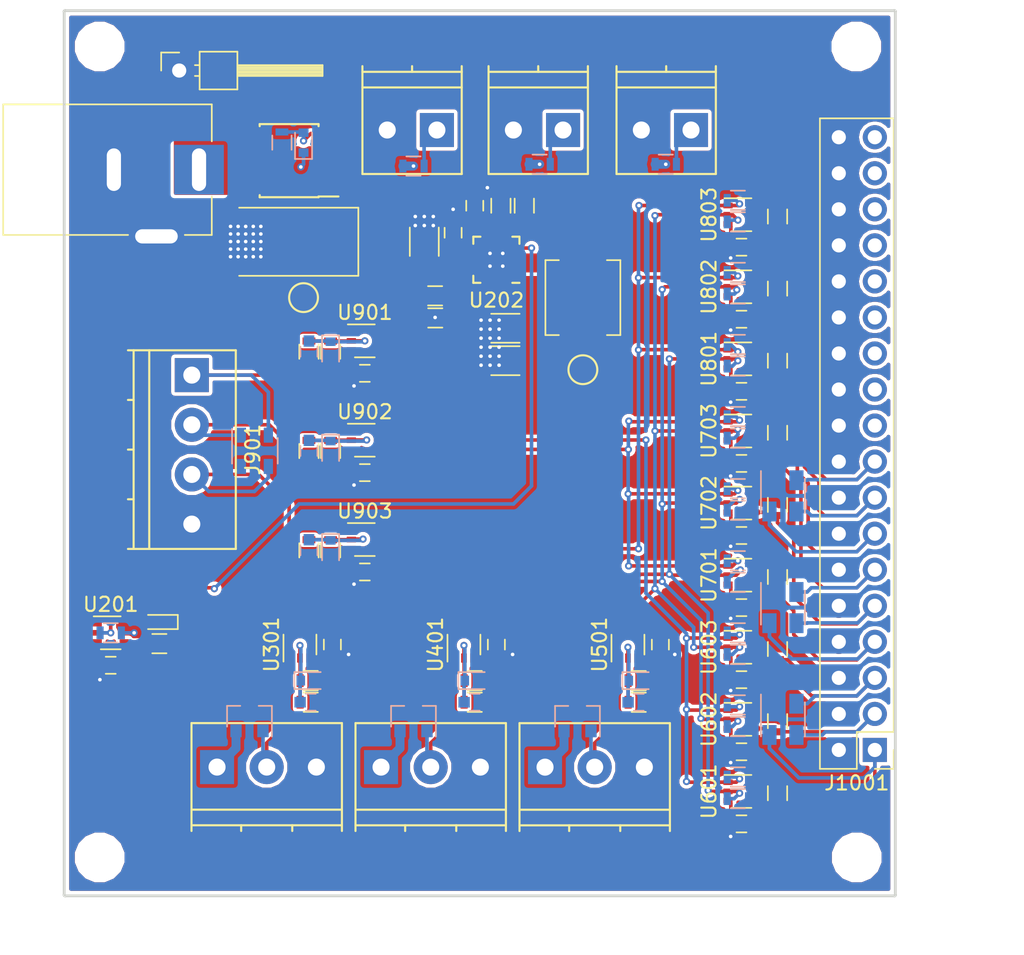
<source format=kicad_pcb>
(kicad_pcb (version 20171130) (host pcbnew "(5.0.2)-1")
  (layers (0 F.Cu signal) (31 B.Cu signal) (34 B.Paste user) (35 F.Paste user) (36 B.SilkS user) (37 F.SilkS user) (38 B.Mask user) (39 F.Mask user) (44 Edge.Cuts user))
  (net 0 "")
  (net 1 GND)
  (net 2 +5V)
  (net 3 +12V)
  (net 4 "Net-(C204-Pad1)")
  (net 5 "Net-(C301-Pad1)")
  (net 6 "Net-(C401-Pad1)")
  (net 7 "Net-(C501-Pad1)")
  (net 8 "Net-(C901-Pad1)")
  (net 9 "Net-(C902-Pad1)")
  (net 10 "Net-(C903-Pad1)")
  (net 11 "Net-(D202-Pad1)")
  (net 12 "/Input Channel 1/YELLOW")
  (net 13 "/Input Channel 2/YELLOW")
  (net 14 "/Input Channel 3/YELLOW")
  (net 15 "Net-(D901-Pad4)")
  (net 16 "Net-(D901-Pad3)")
  (net 17 "Net-(D901-Pad1)")
  (net 18 ~Output_Group_1_Channel_3)
  (net 19 ~Output_Group_1_Channel_2)
  (net 20 ~Output_Group_1_Channel_1)
  (net 21 ~Output_Group_2_Channel_1)
  (net 22 ~Output_Group_2_Channel_2)
  (net 23 ~Output_Group_2_Channel_3)
  (net 24 ~Output_Group_3_Channel_3)
  (net 25 ~Output_Group_3_Channel_2)
  (net 26 ~Output_Group_3_Channel_1)
  (net 27 "Net-(J201-Pad1)")
  (net 28 "Net-(J301-Pad1)")
  (net 29 "Net-(J401-Pad1)")
  (net 30 "Net-(J501-Pad1)")
  (net 31 "Net-(L201-Pad1)")
  (net 32 "Net-(D201-Pad2)")
  (net 33 "Net-(R202-Pad2)")
  (net 34 POS5_PGOOD)
  (net 35 "Net-(R204-Pad2)")
  (net 36 "Net-(R206-Pad2)")
  (net 37 Output_Group_Select_1)
  (net 38 Input_Channel_1)
  (net 39 Input_Channel_2)
  (net 40 Output_Group_Select_2)
  (net 41 Output_Group_Select_3)
  (net 42 Input_Channel_3)
  (module Capacitors_SMD:C_0603 (layer F.Cu) (at 157.353 84.582 180)
    (fp_text reference C803 hide)
    (fp_text value 0.1uF)
    (pad 2 smd rect (at 0.75 0 180) (size 0.8 0.75) (layers F.Cu F.Paste F.Mask) (net 1 GND))
    (pad 1 smd rect (at -0.75 0 180) (size 0.8 0.75) (layers F.Cu F.Paste F.Mask) (net 2 +5V))
  )
  (module Capacitors_SMD:C_0603 (layer F.Cu) (at 157.353 99.822 180)
    (fp_text reference C703 hide)
    (fp_text value 0.1uF)
    (pad 2 smd rect (at 0.75 0 180) (size 0.8 0.75) (layers F.Cu F.Paste F.Mask) (net 1 GND))
    (pad 1 smd rect (at -0.75 0 180) (size 0.8 0.75) (layers F.Cu F.Paste F.Mask) (net 2 +5V))
  )
  (module Resistors_SMD:R_0603 (layer B.Cu) (at 157.099 81.28)
    (fp_text reference R803 hide)
    (fp_text value 10k)
    (pad 1 smd rect (at -0.75 0) (size 0.5 0.9) (layers B.Cu B.Paste B.Mask) (net 41 Output_Group_Select_3))
    (pad 2 smd rect (at 0.75 0) (size 0.5 0.9) (layers B.Cu B.Paste B.Mask) (net 1 GND))
  )
  (module Resistors_SMD:R_0603 (layer B.Cu) (at 157.099 96.52)
    (fp_text reference R703 hide)
    (fp_text value 10k)
    (pad 1 smd rect (at -0.75 0) (size 0.5 0.9) (layers B.Cu B.Paste B.Mask) (net 40 Output_Group_Select_2))
    (pad 2 smd rect (at 0.75 0) (size 0.5 0.9) (layers B.Cu B.Paste B.Mask) (net 1 GND))
  )
  (module Capacitors_SMD:C_0603 (layer F.Cu) (at 157.353 89.662 180)
    (fp_text reference C802 hide)
    (fp_text value 0.1uF)
    (pad 2 smd rect (at 0.75 0 180) (size 0.8 0.75) (layers F.Cu F.Paste F.Mask) (net 1 GND))
    (pad 1 smd rect (at -0.75 0 180) (size 0.8 0.75) (layers F.Cu F.Paste F.Mask) (net 2 +5V))
  )
  (module Capacitors_SMD:C_0603 (layer F.Cu) (at 157.353 104.902 180)
    (fp_text reference C702 hide)
    (fp_text value 0.1uF)
    (pad 2 smd rect (at 0.75 0 180) (size 0.8 0.75) (layers F.Cu F.Paste F.Mask) (net 1 GND))
    (pad 1 smd rect (at -0.75 0 180) (size 0.8 0.75) (layers F.Cu F.Paste F.Mask) (net 2 +5V))
  )
  (module Resistors_SMD:R_0603 (layer B.Cu) (at 157.099 86.36)
    (fp_text reference R802 hide)
    (fp_text value 10k)
    (pad 1 smd rect (at -0.75 0) (size 0.5 0.9) (layers B.Cu B.Paste B.Mask) (net 41 Output_Group_Select_3))
    (pad 2 smd rect (at 0.75 0) (size 0.5 0.9) (layers B.Cu B.Paste B.Mask) (net 1 GND))
  )
  (module Resistors_SMD:R_0603 (layer B.Cu) (at 157.099 101.6)
    (fp_text reference R702 hide)
    (fp_text value 10k)
    (pad 1 smd rect (at -0.75 0) (size 0.5 0.9) (layers B.Cu B.Paste B.Mask) (net 40 Output_Group_Select_2))
    (pad 2 smd rect (at 0.75 0) (size 0.5 0.9) (layers B.Cu B.Paste B.Mask) (net 1 GND))
  )
  (module TO_SOT_Packages_SMD:SOT-353_SC-70-5 (layer F.Cu) (at 157.353 82.296)
    (fp_text reference U803 (at -2.286 0 90) (layer F.SilkS))
    (fp_text value 74LVC1G38)
    (pad 1 smd rect (at -0.95 -0.65) (size 0.65 0.4) (layers F.Cu F.Paste F.Mask) (net 41 Output_Group_Select_3))
    (pad 3 smd rect (at -0.95 0.65) (size 0.65 0.4) (layers F.Cu F.Paste F.Mask) (net 1 GND))
    (pad 2 smd rect (at -0.95 0) (size 0.65 0.4) (layers F.Cu F.Paste F.Mask) (net 42 Input_Channel_3))
    (pad 4 smd rect (at 0.95 0.65) (size 0.65 0.4) (layers F.Cu F.Paste F.Mask) (net 24 ~Output_Group_3_Channel_3))
    (pad 5 smd rect (at 0.95 -0.65) (size 0.65 0.4) (layers F.Cu F.Paste F.Mask) (net 2 +5V))
  )
  (module TO_SOT_Packages_SMD:SOT-353_SC-70-5 (layer F.Cu) (at 157.353 97.536)
    (fp_text reference U703 (at -2.286 0 90) (layer F.SilkS))
    (fp_text value 74LVC1G38)
    (pad 1 smd rect (at -0.95 -0.65) (size 0.65 0.4) (layers F.Cu F.Paste F.Mask) (net 40 Output_Group_Select_2))
    (pad 3 smd rect (at -0.95 0.65) (size 0.65 0.4) (layers F.Cu F.Paste F.Mask) (net 1 GND))
    (pad 2 smd rect (at -0.95 0) (size 0.65 0.4) (layers F.Cu F.Paste F.Mask) (net 42 Input_Channel_3))
    (pad 4 smd rect (at 0.95 0.65) (size 0.65 0.4) (layers F.Cu F.Paste F.Mask) (net 23 ~Output_Group_2_Channel_3))
    (pad 5 smd rect (at 0.95 -0.65) (size 0.65 0.4) (layers F.Cu F.Paste F.Mask) (net 2 +5V))
  )
  (module TO_SOT_Packages_SMD:SOT-353_SC-70-5 (layer F.Cu) (at 157.353 87.376)
    (fp_text reference U802 (at -2.286 0 90) (layer F.SilkS))
    (fp_text value 74LVC1G38)
    (pad 1 smd rect (at -0.95 -0.65) (size 0.65 0.4) (layers F.Cu F.Paste F.Mask) (net 41 Output_Group_Select_3))
    (pad 3 smd rect (at -0.95 0.65) (size 0.65 0.4) (layers F.Cu F.Paste F.Mask) (net 1 GND))
    (pad 2 smd rect (at -0.95 0) (size 0.65 0.4) (layers F.Cu F.Paste F.Mask) (net 39 Input_Channel_2))
    (pad 4 smd rect (at 0.95 0.65) (size 0.65 0.4) (layers F.Cu F.Paste F.Mask) (net 25 ~Output_Group_3_Channel_2))
    (pad 5 smd rect (at 0.95 -0.65) (size 0.65 0.4) (layers F.Cu F.Paste F.Mask) (net 2 +5V))
  )
  (module TO_SOT_Packages_SMD:SOT-353_SC-70-5 (layer F.Cu) (at 157.353 102.616)
    (fp_text reference U702 (at -2.286 0 90) (layer F.SilkS))
    (fp_text value 74LVC1G38)
    (pad 1 smd rect (at -0.95 -0.65) (size 0.65 0.4) (layers F.Cu F.Paste F.Mask) (net 40 Output_Group_Select_2))
    (pad 3 smd rect (at -0.95 0.65) (size 0.65 0.4) (layers F.Cu F.Paste F.Mask) (net 1 GND))
    (pad 2 smd rect (at -0.95 0) (size 0.65 0.4) (layers F.Cu F.Paste F.Mask) (net 39 Input_Channel_2))
    (pad 4 smd rect (at 0.95 0.65) (size 0.65 0.4) (layers F.Cu F.Paste F.Mask) (net 22 ~Output_Group_2_Channel_2))
    (pad 5 smd rect (at 0.95 -0.65) (size 0.65 0.4) (layers F.Cu F.Paste F.Mask) (net 2 +5V))
  )
  (module Resistors_SMD:R_0603 (layer B.Cu) (at 157.099 87.884)
    (fp_text reference R805 hide)
    (fp_text value 10k)
    (pad 1 smd rect (at -0.75 0) (size 0.5 0.9) (layers B.Cu B.Paste B.Mask) (net 39 Input_Channel_2))
    (pad 2 smd rect (at 0.75 0) (size 0.5 0.9) (layers B.Cu B.Paste B.Mask) (net 1 GND))
  )
  (module Resistors_SMD:R_0603 (layer B.Cu) (at 157.099 103.124)
    (fp_text reference R705 hide)
    (fp_text value 10k)
    (pad 1 smd rect (at -0.75 0) (size 0.5 0.9) (layers B.Cu B.Paste B.Mask) (net 39 Input_Channel_2))
    (pad 2 smd rect (at 0.75 0) (size 0.5 0.9) (layers B.Cu B.Paste B.Mask) (net 1 GND))
  )
  (module Resistors_SMD:R_0603 (layer B.Cu) (at 157.099 82.804)
    (fp_text reference R806 hide)
    (fp_text value 10k)
    (pad 1 smd rect (at -0.75 0) (size 0.5 0.9) (layers B.Cu B.Paste B.Mask) (net 42 Input_Channel_3))
    (pad 2 smd rect (at 0.75 0) (size 0.5 0.9) (layers B.Cu B.Paste B.Mask) (net 1 GND))
  )
  (module Resistors_SMD:R_0603 (layer B.Cu) (at 157.099 98.044)
    (fp_text reference R706 hide)
    (fp_text value 10k)
    (pad 1 smd rect (at -0.75 0) (size 0.5 0.9) (layers B.Cu B.Paste B.Mask) (net 42 Input_Channel_3))
    (pad 2 smd rect (at 0.75 0) (size 0.5 0.9) (layers B.Cu B.Paste B.Mask) (net 1 GND))
  )
  (module TO_SOT_Packages_SMD:SOT-353_SC-70-5 (layer F.Cu) (at 157.353 92.456)
    (fp_text reference U801 (at -2.286 0 90) (layer F.SilkS))
    (fp_text value 74LVC1G38)
    (pad 5 smd rect (at 0.95 -0.65) (size 0.65 0.4) (layers F.Cu F.Paste F.Mask) (net 2 +5V))
    (pad 4 smd rect (at 0.95 0.65) (size 0.65 0.4) (layers F.Cu F.Paste F.Mask) (net 26 ~Output_Group_3_Channel_1))
    (pad 2 smd rect (at -0.95 0) (size 0.65 0.4) (layers F.Cu F.Paste F.Mask) (net 38 Input_Channel_1))
    (pad 3 smd rect (at -0.95 0.65) (size 0.65 0.4) (layers F.Cu F.Paste F.Mask) (net 1 GND))
    (pad 1 smd rect (at -0.95 -0.65) (size 0.65 0.4) (layers F.Cu F.Paste F.Mask) (net 41 Output_Group_Select_3))
  )
  (module TO_SOT_Packages_SMD:SOT-353_SC-70-5 (layer F.Cu) (at 157.353 107.696)
    (fp_text reference U701 (at -2.286 0 90) (layer F.SilkS))
    (fp_text value 74LVC1G38)
    (pad 5 smd rect (at 0.95 -0.65) (size 0.65 0.4) (layers F.Cu F.Paste F.Mask) (net 2 +5V))
    (pad 4 smd rect (at 0.95 0.65) (size 0.65 0.4) (layers F.Cu F.Paste F.Mask) (net 21 ~Output_Group_2_Channel_1))
    (pad 2 smd rect (at -0.95 0) (size 0.65 0.4) (layers F.Cu F.Paste F.Mask) (net 38 Input_Channel_1))
    (pad 3 smd rect (at -0.95 0.65) (size 0.65 0.4) (layers F.Cu F.Paste F.Mask) (net 1 GND))
    (pad 1 smd rect (at -0.95 -0.65) (size 0.65 0.4) (layers F.Cu F.Paste F.Mask) (net 40 Output_Group_Select_2))
  )
  (module Resistors_SMD:R_0603 (layer B.Cu) (at 157.099 92.964)
    (fp_text reference R804 hide)
    (fp_text value 10k)
    (pad 2 smd rect (at 0.75 0) (size 0.5 0.9) (layers B.Cu B.Paste B.Mask) (net 1 GND))
    (pad 1 smd rect (at -0.75 0) (size 0.5 0.9) (layers B.Cu B.Paste B.Mask) (net 38 Input_Channel_1))
  )
  (module Resistors_SMD:R_0603 (layer B.Cu) (at 157.099 108.204)
    (fp_text reference R704 hide)
    (fp_text value 10k)
    (pad 2 smd rect (at 0.75 0) (size 0.5 0.9) (layers B.Cu B.Paste B.Mask) (net 1 GND))
    (pad 1 smd rect (at -0.75 0) (size 0.5 0.9) (layers B.Cu B.Paste B.Mask) (net 38 Input_Channel_1))
  )
  (module Resistors_SMD:R_0603 (layer F.Cu) (at 159.893 82.423 270)
    (fp_text reference R809 hide)
    (fp_text value 10k)
    (pad 2 smd rect (at 0.75 0 270) (size 0.5 0.9) (layers F.Cu F.Paste F.Mask) (net 24 ~Output_Group_3_Channel_3))
    (pad 1 smd rect (at -0.75 0 270) (size 0.5 0.9) (layers F.Cu F.Paste F.Mask) (net 2 +5V))
  )
  (module Resistors_SMD:R_0603 (layer F.Cu) (at 159.893 97.663 270)
    (fp_text reference R709 hide)
    (fp_text value 10k)
    (pad 2 smd rect (at 0.75 0 270) (size 0.5 0.9) (layers F.Cu F.Paste F.Mask) (net 23 ~Output_Group_2_Channel_3))
    (pad 1 smd rect (at -0.75 0 270) (size 0.5 0.9) (layers F.Cu F.Paste F.Mask) (net 2 +5V))
  )
  (module Resistors_SMD:R_0603 (layer F.Cu) (at 159.893 87.503 270)
    (fp_text reference R808 hide)
    (fp_text value 10k)
    (pad 2 smd rect (at 0.75 0 270) (size 0.5 0.9) (layers F.Cu F.Paste F.Mask) (net 25 ~Output_Group_3_Channel_2))
    (pad 1 smd rect (at -0.75 0 270) (size 0.5 0.9) (layers F.Cu F.Paste F.Mask) (net 2 +5V))
  )
  (module Resistors_SMD:R_0603 (layer F.Cu) (at 159.893 102.743 270)
    (fp_text reference R708 hide)
    (fp_text value 10k)
    (pad 2 smd rect (at 0.75 0 270) (size 0.5 0.9) (layers F.Cu F.Paste F.Mask) (net 22 ~Output_Group_2_Channel_2))
    (pad 1 smd rect (at -0.75 0 270) (size 0.5 0.9) (layers F.Cu F.Paste F.Mask) (net 2 +5V))
  )
  (module Resistors_SMD:R_0603 (layer B.Cu) (at 157.099 91.44)
    (fp_text reference R801 hide)
    (fp_text value 10k)
    (pad 2 smd rect (at 0.75 0) (size 0.5 0.9) (layers B.Cu B.Paste B.Mask) (net 1 GND))
    (pad 1 smd rect (at -0.75 0) (size 0.5 0.9) (layers B.Cu B.Paste B.Mask) (net 41 Output_Group_Select_3))
  )
  (module Resistors_SMD:R_0603 (layer B.Cu) (at 157.099 106.68)
    (fp_text reference R701 hide)
    (fp_text value 10k)
    (pad 2 smd rect (at 0.75 0) (size 0.5 0.9) (layers B.Cu B.Paste B.Mask) (net 1 GND))
    (pad 1 smd rect (at -0.75 0) (size 0.5 0.9) (layers B.Cu B.Paste B.Mask) (net 40 Output_Group_Select_2))
  )
  (module Capacitors_SMD:C_0603 (layer F.Cu) (at 157.353 94.742 180)
    (fp_text reference C801 hide)
    (fp_text value 0.1uF)
    (pad 1 smd rect (at -0.75 0 180) (size 0.8 0.75) (layers F.Cu F.Paste F.Mask) (net 2 +5V))
    (pad 2 smd rect (at 0.75 0 180) (size 0.8 0.75) (layers F.Cu F.Paste F.Mask) (net 1 GND))
  )
  (module Capacitors_SMD:C_0603 (layer F.Cu) (at 157.353 109.982 180)
    (fp_text reference C701 hide)
    (fp_text value 0.1uF)
    (pad 1 smd rect (at -0.75 0 180) (size 0.8 0.75) (layers F.Cu F.Paste F.Mask) (net 2 +5V))
    (pad 2 smd rect (at 0.75 0 180) (size 0.8 0.75) (layers F.Cu F.Paste F.Mask) (net 1 GND))
  )
  (module Resistors_SMD:R_0603 (layer F.Cu) (at 159.893 92.583 270)
    (fp_text reference R807 hide)
    (fp_text value 10k)
    (pad 1 smd rect (at -0.75 0 270) (size 0.5 0.9) (layers F.Cu F.Paste F.Mask) (net 2 +5V))
    (pad 2 smd rect (at 0.75 0 270) (size 0.5 0.9) (layers F.Cu F.Paste F.Mask) (net 26 ~Output_Group_3_Channel_1))
  )
  (module Resistors_SMD:R_0603 (layer F.Cu) (at 159.893 107.823 270)
    (fp_text reference R707 hide)
    (fp_text value 10k)
    (pad 1 smd rect (at -0.75 0 270) (size 0.5 0.9) (layers F.Cu F.Paste F.Mask) (net 2 +5V))
    (pad 2 smd rect (at 0.75 0 270) (size 0.5 0.9) (layers F.Cu F.Paste F.Mask) (net 21 ~Output_Group_2_Channel_1))
  )
  (module TO_SOT_Packages_SMD:SOT-353_SC-70-5 (layer F.Cu) (at 157.353 112.776)
    (fp_text reference U603 (at -2.286 0 90) (layer F.SilkS))
    (fp_text value 74LVC1G38)
    (pad 5 smd rect (at 0.95 -0.65) (size 0.65 0.4) (layers F.Cu F.Paste F.Mask) (net 2 +5V))
    (pad 4 smd rect (at 0.95 0.65) (size 0.65 0.4) (layers F.Cu F.Paste F.Mask) (net 18 ~Output_Group_1_Channel_3))
    (pad 2 smd rect (at -0.95 0) (size 0.65 0.4) (layers F.Cu F.Paste F.Mask) (net 42 Input_Channel_3))
    (pad 3 smd rect (at -0.95 0.65) (size 0.65 0.4) (layers F.Cu F.Paste F.Mask) (net 1 GND))
    (pad 1 smd rect (at -0.95 -0.65) (size 0.65 0.4) (layers F.Cu F.Paste F.Mask) (net 37 Output_Group_Select_1))
  )
  (module TO_SOT_Packages_SMD:SOT-353_SC-70-5 (layer F.Cu) (at 157.353 117.856)
    (fp_text reference U602 (at -2.286 0 90) (layer F.SilkS))
    (fp_text value 74LVC1G38)
    (pad 5 smd rect (at 0.95 -0.65) (size 0.65 0.4) (layers F.Cu F.Paste F.Mask) (net 2 +5V))
    (pad 4 smd rect (at 0.95 0.65) (size 0.65 0.4) (layers F.Cu F.Paste F.Mask) (net 19 ~Output_Group_1_Channel_2))
    (pad 2 smd rect (at -0.95 0) (size 0.65 0.4) (layers F.Cu F.Paste F.Mask) (net 39 Input_Channel_2))
    (pad 3 smd rect (at -0.95 0.65) (size 0.65 0.4) (layers F.Cu F.Paste F.Mask) (net 1 GND))
    (pad 1 smd rect (at -0.95 -0.65) (size 0.65 0.4) (layers F.Cu F.Paste F.Mask) (net 37 Output_Group_Select_1))
  )
  (module Resistors_SMD:R_0603 (layer B.Cu) (at 157.099 113.284)
    (fp_text reference R606 hide)
    (fp_text value 10k)
    (pad 2 smd rect (at 0.75 0) (size 0.5 0.9) (layers B.Cu B.Paste B.Mask) (net 1 GND))
    (pad 1 smd rect (at -0.75 0) (size 0.5 0.9) (layers B.Cu B.Paste B.Mask) (net 42 Input_Channel_3))
  )
  (module Resistors_SMD:R_0603 (layer B.Cu) (at 157.099 118.364)
    (fp_text reference R605 hide)
    (fp_text value 10k)
    (pad 2 smd rect (at 0.75 0) (size 0.5 0.9) (layers B.Cu B.Paste B.Mask) (net 1 GND))
    (pad 1 smd rect (at -0.75 0) (size 0.5 0.9) (layers B.Cu B.Paste B.Mask) (net 39 Input_Channel_2))
  )
  (module Resistors_SMD:R_0603 (layer B.Cu) (at 157.099 111.76)
    (fp_text reference R603 hide)
    (fp_text value 10k)
    (pad 2 smd rect (at 0.75 0) (size 0.5 0.9) (layers B.Cu B.Paste B.Mask) (net 1 GND))
    (pad 1 smd rect (at -0.75 0) (size 0.5 0.9) (layers B.Cu B.Paste B.Mask) (net 37 Output_Group_Select_1))
  )
  (module Resistors_SMD:R_0603 (layer B.Cu) (at 157.099 116.84)
    (fp_text reference R602 hide)
    (fp_text value 10k)
    (pad 2 smd rect (at 0.75 0) (size 0.5 0.9) (layers B.Cu B.Paste B.Mask) (net 1 GND))
    (pad 1 smd rect (at -0.75 0) (size 0.5 0.9) (layers B.Cu B.Paste B.Mask) (net 37 Output_Group_Select_1))
  )
  (module Capacitors_SMD:C_0603 (layer F.Cu) (at 157.353 115.062 180)
    (fp_text reference C603 hide)
    (fp_text value 0.1uF)
    (pad 1 smd rect (at -0.75 0 180) (size 0.8 0.75) (layers F.Cu F.Paste F.Mask) (net 2 +5V))
    (pad 2 smd rect (at 0.75 0 180) (size 0.8 0.75) (layers F.Cu F.Paste F.Mask) (net 1 GND))
  )
  (module Capacitors_SMD:C_0603 (layer F.Cu) (at 157.353 120.142 180)
    (fp_text reference C602 hide)
    (fp_text value 0.1uF)
    (pad 1 smd rect (at -0.75 0 180) (size 0.8 0.75) (layers F.Cu F.Paste F.Mask) (net 2 +5V))
    (pad 2 smd rect (at 0.75 0 180) (size 0.8 0.75) (layers F.Cu F.Paste F.Mask) (net 1 GND))
  )
  (module Resistors_SMD:R_0603 (layer F.Cu) (at 159.893 112.903 270)
    (fp_text reference R609 hide)
    (fp_text value 10k)
    (pad 1 smd rect (at -0.75 0 270) (size 0.5 0.9) (layers F.Cu F.Paste F.Mask) (net 2 +5V))
    (pad 2 smd rect (at 0.75 0 270) (size 0.5 0.9) (layers F.Cu F.Paste F.Mask) (net 18 ~Output_Group_1_Channel_3))
  )
  (module Resistors_SMD:R_0603 (layer F.Cu) (at 159.893 117.983 270)
    (fp_text reference R608 hide)
    (fp_text value 10k)
    (pad 1 smd rect (at -0.75 0 270) (size 0.5 0.9) (layers F.Cu F.Paste F.Mask) (net 2 +5V))
    (pad 2 smd rect (at 0.75 0 270) (size 0.5 0.9) (layers F.Cu F.Paste F.Mask) (net 19 ~Output_Group_1_Channel_2))
  )
  (module Resistors_SMD:R_0603 (layer F.Cu) (at 126.873 105.948 270)
    (fp_text reference R903 hide)
    (fp_text value 100)
    (pad 2 smd rect (at 0.75 0 270) (size 0.5 0.9) (layers F.Cu F.Paste F.Mask) (net 15 "Net-(D901-Pad4)"))
    (pad 1 smd rect (at -0.75 0 270) (size 0.5 0.9) (layers F.Cu F.Paste F.Mask) (net 10 "Net-(C903-Pad1)"))
  )
  (module Resistors_SMD:R_0603 (layer F.Cu) (at 126.873 98.948 270)
    (fp_text reference R902 hide)
    (fp_text value 100)
    (pad 2 smd rect (at 0.75 0 270) (size 0.5 0.9) (layers F.Cu F.Paste F.Mask) (net 17 "Net-(D901-Pad1)"))
    (pad 1 smd rect (at -0.75 0 270) (size 0.5 0.9) (layers F.Cu F.Paste F.Mask) (net 9 "Net-(C902-Pad1)"))
  )
  (module TO_SOT_Packages_SMD:SOT-353_SC-70-5 (layer F.Cu) (at 130.81 105.186)
    (fp_text reference U903 (at 0 -2) (layer F.SilkS))
    (fp_text value 74LVC1G14)
    (pad 1 smd rect (at -0.95 -0.65) (size 0.65 0.4) (layers F.Cu F.Paste F.Mask))
    (pad 3 smd rect (at -0.95 0.65) (size 0.65 0.4) (layers F.Cu F.Paste F.Mask) (net 1 GND))
    (pad 2 smd rect (at -0.95 0) (size 0.65 0.4) (layers F.Cu F.Paste F.Mask) (net 10 "Net-(C903-Pad1)"))
    (pad 4 smd rect (at 0.95 0.65) (size 0.65 0.4) (layers F.Cu F.Paste F.Mask) (net 41 Output_Group_Select_3))
    (pad 5 smd rect (at 0.95 -0.65) (size 0.65 0.4) (layers F.Cu F.Paste F.Mask) (net 2 +5V))
  )
  (module TO_SOT_Packages_SMD:SOT-353_SC-70-5 (layer F.Cu) (at 130.81 98.186)
    (fp_text reference U902 (at 0 -2) (layer F.SilkS))
    (fp_text value 74LVC1G14)
    (pad 1 smd rect (at -0.95 -0.65) (size 0.65 0.4) (layers F.Cu F.Paste F.Mask))
    (pad 3 smd rect (at -0.95 0.65) (size 0.65 0.4) (layers F.Cu F.Paste F.Mask) (net 1 GND))
    (pad 2 smd rect (at -0.95 0) (size 0.65 0.4) (layers F.Cu F.Paste F.Mask) (net 9 "Net-(C902-Pad1)"))
    (pad 4 smd rect (at 0.95 0.65) (size 0.65 0.4) (layers F.Cu F.Paste F.Mask) (net 40 Output_Group_Select_2))
    (pad 5 smd rect (at 0.95 -0.65) (size 0.65 0.4) (layers F.Cu F.Paste F.Mask) (net 2 +5V))
  )
  (module Resistors_SMD:R_0603 (layer F.Cu) (at 128.397 105.948 90)
    (fp_text reference R906 hide)
    (fp_text value 10k)
    (pad 1 smd rect (at -0.75 0 90) (size 0.5 0.9) (layers F.Cu F.Paste F.Mask) (net 2 +5V))
    (pad 2 smd rect (at 0.75 0 90) (size 0.5 0.9) (layers F.Cu F.Paste F.Mask) (net 10 "Net-(C903-Pad1)"))
  )
  (module Resistors_SMD:R_0603 (layer F.Cu) (at 128.397 98.948 90)
    (fp_text reference R905 hide)
    (fp_text value 10k)
    (pad 1 smd rect (at -0.75 0 90) (size 0.5 0.9) (layers F.Cu F.Paste F.Mask) (net 2 +5V))
    (pad 2 smd rect (at 0.75 0 90) (size 0.5 0.9) (layers F.Cu F.Paste F.Mask) (net 9 "Net-(C902-Pad1)"))
  )
  (module Diodes_SMD:D_SOD-523 (layer B.Cu) (at 128.397 105.948 270)
    (fp_text reference D904 hide)
    (fp_text value MM5Z5V6)
    (pad 2 smd rect (at 0.7 0 90) (size 0.6 0.7) (layers B.Cu B.Paste B.Mask) (net 1 GND))
    (pad 1 smd rect (at -0.7 0 90) (size 0.6 0.7) (layers B.Cu B.Paste B.Mask) (net 10 "Net-(C903-Pad1)"))
  )
  (module Diodes_SMD:D_SOD-523 (layer B.Cu) (at 128.397 98.948 270)
    (fp_text reference D903 hide)
    (fp_text value MM5Z5V6)
    (pad 2 smd rect (at 0.7 0 90) (size 0.6 0.7) (layers B.Cu B.Paste B.Mask) (net 1 GND))
    (pad 1 smd rect (at -0.7 0 90) (size 0.6 0.7) (layers B.Cu B.Paste B.Mask) (net 9 "Net-(C902-Pad1)"))
  )
  (module Capacitors_SMD:C_0603 (layer F.Cu) (at 130.81 107.472 180)
    (fp_text reference C906 hide)
    (fp_text value 0.1uF)
    (pad 1 smd rect (at -0.75 0 180) (size 0.8 0.75) (layers F.Cu F.Paste F.Mask) (net 2 +5V))
    (pad 2 smd rect (at 0.75 0 180) (size 0.8 0.75) (layers F.Cu F.Paste F.Mask) (net 1 GND))
  )
  (module Capacitors_SMD:C_0603 (layer F.Cu) (at 130.81 100.472 180)
    (fp_text reference C905 hide)
    (fp_text value 0.1uF)
    (pad 1 smd rect (at -0.75 0 180) (size 0.8 0.75) (layers F.Cu F.Paste F.Mask) (net 2 +5V))
    (pad 2 smd rect (at 0.75 0 180) (size 0.8 0.75) (layers F.Cu F.Paste F.Mask) (net 1 GND))
  )
  (module Capacitors_SMD:C_0603 (layer B.Cu) (at 126.873 105.948 270)
    (fp_text reference C903 hide)
    (fp_text value 10nF)
    (pad 1 smd rect (at -0.75 0 270) (size 0.8 0.75) (layers B.Cu B.Paste B.Mask) (net 10 "Net-(C903-Pad1)"))
    (pad 2 smd rect (at 0.75 0 270) (size 0.8 0.75) (layers B.Cu B.Paste B.Mask) (net 1 GND))
  )
  (module Capacitors_SMD:C_0603 (layer B.Cu) (at 126.873 98.948 270)
    (fp_text reference C902 hide)
    (fp_text value 10nF)
    (pad 1 smd rect (at -0.75 0 270) (size 0.8 0.75) (layers B.Cu B.Paste B.Mask) (net 9 "Net-(C902-Pad1)"))
    (pad 2 smd rect (at 0.75 0 270) (size 0.8 0.75) (layers B.Cu B.Paste B.Mask) (net 1 GND))
  )
  (module Capacitors_SMD:C_0603 (layer F.Cu) (at 112.903 114.046 180)
    (fp_text reference C201 hide)
    (fp_text value 0.1uF)
    (pad 2 smd rect (at 0.75 0 180) (size 0.8 0.75) (layers F.Cu F.Paste F.Mask) (net 1 GND))
    (pad 1 smd rect (at -0.75 0 180) (size 0.8 0.75) (layers F.Cu F.Paste F.Mask) (net 2 +5V))
  )
  (module Capacitors_Tantalum_SMD:CP_Tantalum_Case-D_EIA-7343-31_Reflow (layer F.Cu) (at 125.603 84.201 180)
    (fp_text reference C202 hide)
    (fp_text value 100uF)
    (pad 2 smd rect (at 3.175 0 180) (size 2.55 2.7) (layers F.Cu F.Paste F.Mask) (net 1 GND))
    (pad 1 smd rect (at -3.175 0 180) (size 2.55 2.7) (layers F.Cu F.Paste F.Mask) (net 3 +12V))
  )
  (module Capacitors_SMD:C_1206 (layer F.Cu) (at 135.001 84.201 90)
    (fp_text reference C203 hide)
    (fp_text value 10uF)
    (pad 2 smd rect (at 1.5 0 90) (size 1 1.6) (layers F.Cu F.Paste F.Mask) (net 1 GND))
    (pad 1 smd rect (at -1.5 0 90) (size 1 1.6) (layers F.Cu F.Paste F.Mask) (net 3 +12V))
  )
  (module Capacitors_SMD:C_0603 (layer F.Cu) (at 138.557 81.661 90)
    (fp_text reference C204 hide)
    (fp_text value 10nF)
    (pad 1 smd rect (at -0.75 0 90) (size 0.8 0.75) (layers F.Cu F.Paste F.Mask) (net 4 "Net-(C204-Pad1)"))
    (pad 2 smd rect (at 0.75 0 90) (size 0.8 0.75) (layers F.Cu F.Paste F.Mask) (net 1 GND))
  )
  (module Capacitors_SMD:C_0603 (layer F.Cu) (at 137.033 83.566 90)
    (fp_text reference C205 hide)
    (fp_text value 0.1uF)
    (pad 2 smd rect (at 0.75 0 90) (size 0.8 0.75) (layers F.Cu F.Paste F.Mask) (net 1 GND))
    (pad 1 smd rect (at -0.75 0 90) (size 0.8 0.75) (layers F.Cu F.Paste F.Mask) (net 3 +12V))
  )
  (module Capacitors_SMD:C_1206 (layer F.Cu) (at 140.716 92.583 180)
    (fp_text reference C206 hide)
    (fp_text value 22uF)
    (pad 1 smd rect (at -1.5 0 180) (size 1 1.6) (layers F.Cu F.Paste F.Mask) (net 2 +5V))
    (pad 2 smd rect (at 1.5 0 180) (size 1 1.6) (layers F.Cu F.Paste F.Mask) (net 1 GND))
  )
  (module Capacitors_SMD:C_1206 (layer F.Cu) (at 140.716 90.297 180)
    (fp_text reference C207 hide)
    (fp_text value 22uF)
    (pad 2 smd rect (at 1.5 0 180) (size 1 1.6) (layers F.Cu F.Paste F.Mask) (net 1 GND))
    (pad 1 smd rect (at -1.5 0 180) (size 1 1.6) (layers F.Cu F.Paste F.Mask) (net 2 +5V))
  )
  (module Capacitors_SMD:C_0603 (layer B.Cu) (at 127 116.6495)
    (fp_text reference C301 hide)
    (fp_text value 10nF)
    (pad 1 smd rect (at -0.75 0) (size 0.8 0.75) (layers B.Cu B.Paste B.Mask) (net 5 "Net-(C301-Pad1)"))
    (pad 2 smd rect (at 0.75 0) (size 0.8 0.75) (layers B.Cu B.Paste B.Mask) (net 1 GND))
  )
  (module Capacitors_SMD:C_0603 (layer F.Cu) (at 128.524 112.5855 270)
    (fp_text reference C302 hide)
    (fp_text value 0.1uF)
    (pad 1 smd rect (at -0.75 0 270) (size 0.8 0.75) (layers F.Cu F.Paste F.Mask) (net 2 +5V))
    (pad 2 smd rect (at 0.75 0 270) (size 0.8 0.75) (layers F.Cu F.Paste F.Mask) (net 1 GND))
  )
  (module Capacitors_SMD:C_0603 (layer B.Cu) (at 138.557 116.652)
    (fp_text reference C401 hide)
    (fp_text value 10nF)
    (pad 2 smd rect (at 0.75 0) (size 0.8 0.75) (layers B.Cu B.Paste B.Mask) (net 1 GND))
    (pad 1 smd rect (at -0.75 0) (size 0.8 0.75) (layers B.Cu B.Paste B.Mask) (net 6 "Net-(C401-Pad1)"))
  )
  (module Capacitors_SMD:C_0603 (layer F.Cu) (at 140.081 112.588 270)
    (fp_text reference C402 hide)
    (fp_text value 0.1uF)
    (pad 1 smd rect (at -0.75 0 270) (size 0.8 0.75) (layers F.Cu F.Paste F.Mask) (net 2 +5V))
    (pad 2 smd rect (at 0.75 0 270) (size 0.8 0.75) (layers F.Cu F.Paste F.Mask) (net 1 GND))
  )
  (module Capacitors_SMD:C_0603 (layer B.Cu) (at 150.114 116.6545)
    (fp_text reference C501 hide)
    (fp_text value 10nF)
    (pad 2 smd rect (at 0.75 0) (size 0.8 0.75) (layers B.Cu B.Paste B.Mask) (net 1 GND))
    (pad 1 smd rect (at -0.75 0) (size 0.8 0.75) (layers B.Cu B.Paste B.Mask) (net 7 "Net-(C501-Pad1)"))
  )
  (module Capacitors_SMD:C_0603 (layer F.Cu) (at 151.638 112.5905 270)
    (fp_text reference C502 hide)
    (fp_text value 0.1uF)
    (pad 2 smd rect (at 0.75 0 270) (size 0.8 0.75) (layers F.Cu F.Paste F.Mask) (net 1 GND))
    (pad 1 smd rect (at -0.75 0 270) (size 0.8 0.75) (layers F.Cu F.Paste F.Mask) (net 2 +5V))
  )
  (module Capacitors_SMD:C_0603 (layer B.Cu) (at 126.873 91.948 270)
    (fp_text reference C901 hide)
    (fp_text value 10nF)
    (pad 2 smd rect (at 0.75 0 270) (size 0.8 0.75) (layers B.Cu B.Paste B.Mask) (net 1 GND))
    (pad 1 smd rect (at -0.75 0 270) (size 0.8 0.75) (layers B.Cu B.Paste B.Mask) (net 8 "Net-(C901-Pad1)"))
  )
  (module Capacitors_SMD:C_0603 (layer F.Cu) (at 130.81 93.472 180)
    (fp_text reference C904 hide)
    (fp_text value 0.1uF)
    (pad 2 smd rect (at 0.75 0 180) (size 0.8 0.75) (layers F.Cu F.Paste F.Mask) (net 1 GND))
    (pad 1 smd rect (at -0.75 0 180) (size 0.8 0.75) (layers F.Cu F.Paste F.Mask) (net 2 +5V))
  )
  (module LEDs:LED_0603 (layer F.Cu) (at 116.332 110.998 180)
    (fp_text reference D202 hide)
    (fp_text value GREEN)
    (pad 1 smd rect (at -0.8 0) (size 0.8 0.8) (layers F.Cu F.Paste F.Mask) (net 11 "Net-(D202-Pad1)"))
    (pad 2 smd rect (at 0.8 0) (size 0.8 0.8) (layers F.Cu F.Paste F.Mask) (net 2 +5V))
  )
  (module TO_SOT_Packages_SMD:SOT-23 (layer B.Cu) (at 122.682 117.6655 90)
    (fp_text reference D301 hide)
    (fp_text value CM1213A-01SO)
    (pad 3 smd rect (at 1 0 90) (size 0.9 0.8) (layers B.Cu B.Paste B.Mask) (net 1 GND))
    (pad 2 smd rect (at -1 -0.95 90) (size 0.9 0.8) (layers B.Cu B.Paste B.Mask) (net 2 +5V))
    (pad 1 smd rect (at -1 0.95 90) (size 0.9 0.8) (layers B.Cu B.Paste B.Mask) (net 12 "/Input Channel 1/YELLOW"))
  )
  (module TO_SOT_Packages_SMD:SOT-23 (layer B.Cu) (at 134.239 117.668 90)
    (fp_text reference D401 hide)
    (fp_text value CM1213A-01SO)
    (pad 3 smd rect (at 1 0 90) (size 0.9 0.8) (layers B.Cu B.Paste B.Mask) (net 1 GND))
    (pad 2 smd rect (at -1 -0.95 90) (size 0.9 0.8) (layers B.Cu B.Paste B.Mask) (net 2 +5V))
    (pad 1 smd rect (at -1 0.95 90) (size 0.9 0.8) (layers B.Cu B.Paste B.Mask) (net 13 "/Input Channel 2/YELLOW"))
  )
  (module TO_SOT_Packages_SMD:SOT-23 (layer B.Cu) (at 145.796 117.6705 90)
    (fp_text reference D501 hide)
    (fp_text value CM1213A-01SO)
    (pad 1 smd rect (at -1 0.95 90) (size 0.9 0.8) (layers B.Cu B.Paste B.Mask) (net 14 "/Input Channel 3/YELLOW"))
    (pad 2 smd rect (at -1 -0.95 90) (size 0.9 0.8) (layers B.Cu B.Paste B.Mask) (net 2 +5V))
    (pad 3 smd rect (at 1 0 90) (size 0.9 0.8) (layers B.Cu B.Paste B.Mask) (net 1 GND))
  )
  (module TO_SOT_Packages_SMD:SOT-23-6 (layer B.Cu) (at 123.063 98.933 270)
    (fp_text reference D901 hide)
    (fp_text value ESDA6V1BC6)
    (pad 5 smd rect (at 1.1 0 270) (size 1.06 0.65) (layers B.Cu B.Paste B.Mask) (net 1 GND))
    (pad 6 smd rect (at 1.1 0.95 270) (size 1.06 0.65) (layers B.Cu B.Paste B.Mask))
    (pad 4 smd rect (at 1.1 -0.95 270) (size 1.06 0.65) (layers B.Cu B.Paste B.Mask) (net 15 "Net-(D901-Pad4)"))
    (pad 3 smd rect (at -1.1 -0.95 270) (size 1.06 0.65) (layers B.Cu B.Paste B.Mask) (net 16 "Net-(D901-Pad3)"))
    (pad 2 smd rect (at -1.1 0 270) (size 1.06 0.65) (layers B.Cu B.Paste B.Mask) (net 1 GND))
    (pad 1 smd rect (at -1.1 0.95 270) (size 1.06 0.65) (layers B.Cu B.Paste B.Mask) (net 17 "Net-(D901-Pad1)"))
  )
  (module TO_SOT_Packages_SMD:SOT-143 (layer B.Cu) (at 160.274 117.856 270)
    (fp_text reference D1001 hide)
    (fp_text value SP0503BAHT)
    (pad 4 smd rect (at 1.1 0.95) (size 1 1.4) (layers B.Cu B.Paste B.Mask) (net 20 ~Output_Group_1_Channel_1))
    (pad 3 smd rect (at 1.1 -0.95) (size 1 1.4) (layers B.Cu B.Paste B.Mask) (net 19 ~Output_Group_1_Channel_2))
    (pad 2 smd rect (at -1.1 -0.95) (size 1 1.4) (layers B.Cu B.Paste B.Mask) (net 18 ~Output_Group_1_Channel_3))
    (pad 1 smd rect (at -1.1 0.77) (size 1.2 1.4) (layers B.Cu B.Paste B.Mask) (net 1 GND))
  )
  (module TO_SOT_Packages_SMD:SOT-143 (layer B.Cu) (at 160.274 109.982 270)
    (fp_text reference D1002 hide)
    (fp_text value SP0503BAHT)
    (pad 1 smd rect (at -1.1 0.77) (size 1.2 1.4) (layers B.Cu B.Paste B.Mask) (net 1 GND))
    (pad 2 smd rect (at -1.1 -0.95) (size 1 1.4) (layers B.Cu B.Paste B.Mask) (net 23 ~Output_Group_2_Channel_3))
    (pad 3 smd rect (at 1.1 -0.95) (size 1 1.4) (layers B.Cu B.Paste B.Mask) (net 22 ~Output_Group_2_Channel_2))
    (pad 4 smd rect (at 1.1 0.95) (size 1 1.4) (layers B.Cu B.Paste B.Mask) (net 21 ~Output_Group_2_Channel_1))
  )
  (module TO_SOT_Packages_SMD:SOT-143 (layer B.Cu) (at 160.274 102.108 270)
    (fp_text reference D1003 hide)
    (fp_text value SP0503BAHT)
    (pad 4 smd rect (at 1.1 0.95) (size 1 1.4) (layers B.Cu B.Paste B.Mask) (net 26 ~Output_Group_3_Channel_1))
    (pad 3 smd rect (at 1.1 -0.95) (size 1 1.4) (layers B.Cu B.Paste B.Mask) (net 25 ~Output_Group_3_Channel_2))
    (pad 2 smd rect (at -1.1 -0.95) (size 1 1.4) (layers B.Cu B.Paste B.Mask) (net 24 ~Output_Group_3_Channel_3))
    (pad 1 smd rect (at -1.1 0.77) (size 1.2 1.4) (layers B.Cu B.Paste B.Mask) (net 1 GND))
  )
  (module Connectors:BARREL_JACK (layer F.Cu) (at 119.126 79.121)
    (fp_text reference J201 hide)
    (fp_text value +12VIN)
    (pad 3 thru_hole rect (at -3 4.7) (size 3.5 3.5) (drill oval 3 1) (layers *.Cu *.Mask) (net 1 GND))
    (pad 2 thru_hole rect (at -6 0) (size 3.5 3.5) (drill oval 1 3) (layers *.Cu *.Mask) (net 1 GND))
    (pad 1 thru_hole rect (at 0 0) (size 3.5 3.5) (drill oval 1 3) (layers *.Cu *.Mask) (net 27 "Net-(J201-Pad1)"))
  )
  (module TerminalBlock_Phoenix:TerminalBlock_Phoenix_PT-3.5mm_2pol (layer F.Cu) (at 135.89 76.327 180)
    (fp_text reference J301 hide)
    (fp_text value TX1)
    (pad 1 thru_hole rect (at 0 0 180) (size 2.4 2.4) (drill 1.2) (layers *.Cu *.Mask) (net 28 "Net-(J301-Pad1)"))
    (pad 2 thru_hole circle (at 3.5 0 180) (size 2.4 2.4) (drill 1.2) (layers *.Cu *.Mask) (net 1 GND))
  )
  (module TerminalBlock_Phoenix:TerminalBlock_Phoenix_PT-3.5mm_3pol (layer F.Cu) (at 120.396 121.2215)
    (fp_text reference J302 hide)
    (fp_text value RX1)
    (pad 2 thru_hole circle (at 3.5 0) (size 2.4 2.4) (drill 1.2) (layers *.Cu *.Mask) (net 12 "/Input Channel 1/YELLOW"))
    (pad 3 thru_hole circle (at 7 0) (size 2.4 2.4) (drill 1.2) (layers *.Cu *.Mask) (net 1 GND))
    (pad 1 thru_hole rect (at 0 0) (size 2.4 2.4) (drill 1.2) (layers *.Cu *.Mask) (net 2 +5V))
  )
  (module TerminalBlock_Phoenix:TerminalBlock_Phoenix_PT-3.5mm_2pol (layer F.Cu) (at 144.78 76.327 180)
    (fp_text reference J401 hide)
    (fp_text value TX2)
    (pad 1 thru_hole rect (at 0 0 180) (size 2.4 2.4) (drill 1.2) (layers *.Cu *.Mask) (net 29 "Net-(J401-Pad1)"))
    (pad 2 thru_hole circle (at 3.5 0 180) (size 2.4 2.4) (drill 1.2) (layers *.Cu *.Mask) (net 1 GND))
  )
  (module TerminalBlock_Phoenix:TerminalBlock_Phoenix_PT-3.5mm_3pol (layer F.Cu) (at 131.953 121.224)
    (fp_text reference J402 hide)
    (fp_text value RX2)
    (pad 1 thru_hole rect (at 0 0) (size 2.4 2.4) (drill 1.2) (layers *.Cu *.Mask) (net 2 +5V))
    (pad 3 thru_hole circle (at 7 0) (size 2.4 2.4) (drill 1.2) (layers *.Cu *.Mask) (net 1 GND))
    (pad 2 thru_hole circle (at 3.5 0) (size 2.4 2.4) (drill 1.2) (layers *.Cu *.Mask) (net 13 "/Input Channel 2/YELLOW"))
  )
  (module TerminalBlock_Phoenix:TerminalBlock_Phoenix_PT-3.5mm_2pol (layer F.Cu) (at 153.797 76.327 180)
    (fp_text reference J501 hide)
    (fp_text value TX3)
    (pad 2 thru_hole circle (at 3.5 0 180) (size 2.4 2.4) (drill 1.2) (layers *.Cu *.Mask) (net 1 GND))
    (pad 1 thru_hole rect (at 0 0 180) (size 2.4 2.4) (drill 1.2) (layers *.Cu *.Mask) (net 30 "Net-(J501-Pad1)"))
  )
  (module TerminalBlock_Phoenix:TerminalBlock_Phoenix_PT-3.5mm_3pol (layer F.Cu) (at 143.51 121.2265)
    (fp_text reference J502 hide)
    (fp_text value RX3)
    (pad 1 thru_hole rect (at 0 0) (size 2.4 2.4) (drill 1.2) (layers *.Cu *.Mask) (net 2 +5V))
    (pad 3 thru_hole circle (at 7 0) (size 2.4 2.4) (drill 1.2) (layers *.Cu *.Mask) (net 1 GND))
    (pad 2 thru_hole circle (at 3.5 0) (size 2.4 2.4) (drill 1.2) (layers *.Cu *.Mask) (net 14 "/Input Channel 3/YELLOW"))
  )
  (module TerminalBlock_Phoenix:TerminalBlock_Phoenix_PT-3.5mm_4pol (layer F.Cu) (at 118.618 93.599 270)
    (fp_text reference J901 (at 5.25 -4.3 270) (layer F.SilkS))
    (fp_text value "Group Select")
    (pad 1 thru_hole rect (at 0 0 270) (size 2.4 2.4) (drill 1.2) (layers *.Cu *.Mask) (net 16 "Net-(D901-Pad3)"))
    (pad 2 thru_hole circle (at 3.5 0 270) (size 2.4 2.4) (drill 1.2) (layers *.Cu *.Mask) (net 17 "Net-(D901-Pad1)"))
    (pad 4 thru_hole circle (at 10.5 0 270) (size 2.4 2.4) (drill 1.2) (layers *.Cu *.Mask) (net 1 GND))
    (pad 3 thru_hole circle (at 7 0 270) (size 2.4 2.4) (drill 1.2) (layers *.Cu *.Mask) (net 15 "Net-(D901-Pad4)"))
  )
  (module Pin_Headers:Pin_Header_Straight_2x18_Pitch2.54mm (layer F.Cu) (at 166.751 120.015 180)
    (fp_text reference J1001 (at 1.27 -2.33 180) (layer F.SilkS))
    (fp_text value "Trigger Output")
    (pad 36 thru_hole oval (at 2.54 43.18 180) (size 1.7 1.7) (drill 1) (layers *.Cu *.Mask) (net 1 GND))
    (pad 35 thru_hole oval (at 0 43.18 180) (size 1.7 1.7) (drill 1) (layers *.Cu *.Mask))
    (pad 34 thru_hole oval (at 2.54 40.64 180) (size 1.7 1.7) (drill 1) (layers *.Cu *.Mask) (net 1 GND))
    (pad 33 thru_hole oval (at 0 40.64 180) (size 1.7 1.7) (drill 1) (layers *.Cu *.Mask))
    (pad 32 thru_hole oval (at 2.54 38.1 180) (size 1.7 1.7) (drill 1) (layers *.Cu *.Mask) (net 1 GND))
    (pad 31 thru_hole oval (at 0 38.1 180) (size 1.7 1.7) (drill 1) (layers *.Cu *.Mask))
    (pad 30 thru_hole oval (at 2.54 35.56 180) (size 1.7 1.7) (drill 1) (layers *.Cu *.Mask) (net 1 GND))
    (pad 29 thru_hole oval (at 0 35.56 180) (size 1.7 1.7) (drill 1) (layers *.Cu *.Mask))
    (pad 28 thru_hole oval (at 2.54 33.02 180) (size 1.7 1.7) (drill 1) (layers *.Cu *.Mask) (net 1 GND))
    (pad 27 thru_hole oval (at 0 33.02 180) (size 1.7 1.7) (drill 1) (layers *.Cu *.Mask))
    (pad 26 thru_hole oval (at 2.54 30.48 180) (size 1.7 1.7) (drill 1) (layers *.Cu *.Mask) (net 1 GND))
    (pad 25 thru_hole oval (at 0 30.48 180) (size 1.7 1.7) (drill 1) (layers *.Cu *.Mask))
    (pad 24 thru_hole oval (at 2.54 27.94 180) (size 1.7 1.7) (drill 1) (layers *.Cu *.Mask) (net 1 GND))
    (pad 23 thru_hole oval (at 0 27.94 180) (size 1.7 1.7) (drill 1) (layers *.Cu *.Mask))
    (pad 22 thru_hole oval (at 2.54 25.4 180) (size 1.7 1.7) (drill 1) (layers *.Cu *.Mask) (net 1 GND))
    (pad 21 thru_hole oval (at 0 25.4 180) (size 1.7 1.7) (drill 1) (layers *.Cu *.Mask))
    (pad 20 thru_hole oval (at 2.54 22.86 180) (size 1.7 1.7) (drill 1) (layers *.Cu *.Mask) (net 1 GND))
    (pad 19 thru_hole oval (at 0 22.86 180) (size 1.7 1.7) (drill 1) (layers *.Cu *.Mask))
    (pad 18 thru_hole oval (at 2.54 20.32 180) (size 1.7 1.7) (drill 1) (layers *.Cu *.Mask) (net 1 GND))
    (pad 17 thru_hole oval (at 0 20.32 180) (size 1.7 1.7) (drill 1) (layers *.Cu *.Mask) (net 24 ~Output_Group_3_Channel_3))
    (pad 16 thru_hole oval (at 2.54 17.78 180) (size 1.7 1.7) (drill 1) (layers *.Cu *.Mask) (net 1 GND))
    (pad 15 thru_hole oval (at 0 17.78 180) (size 1.7 1.7) (drill 1) (layers *.Cu *.Mask) (net 25 ~Output_Group_3_Channel_2))
    (pad 14 thru_hole oval (at 2.54 15.24 180) (size 1.7 1.7) (drill 1) (layers *.Cu *.Mask) (net 1 GND))
    (pad 13 thru_hole oval (at 0 15.24 180) (size 1.7 1.7) (drill 1) (layers *.Cu *.Mask) (net 26 ~Output_Group_3_Channel_1))
    (pad 12 thru_hole oval (at 2.54 12.7 180) (size 1.7 1.7) (drill 1) (layers *.Cu *.Mask) (net 1 GND))
    (pad 11 thru_hole oval (at 0 12.7 180) (size 1.7 1.7) (drill 1) (layers *.Cu *.Mask) (net 23 ~Output_Group_2_Channel_3))
    (pad 10 thru_hole oval (at 2.54 10.16 180) (size 1.7 1.7) (drill 1) (layers *.Cu *.Mask) (net 1 GND))
    (pad 9 thru_hole oval (at 0 10.16 180) (size 1.7 1.7) (drill 1) (layers *.Cu *.Mask) (net 22 ~Output_Group_2_Channel_2))
    (pad 8 thru_hole oval (at 2.54 7.62 180) (size 1.7 1.7) (drill 1) (layers *.Cu *.Mask) (net 1 GND))
    (pad 7 thru_hole oval (at 0 7.62 180) (size 1.7 1.7) (drill 1) (layers *.Cu *.Mask) (net 21 ~Output_Group_2_Channel_1))
    (pad 6 thru_hole oval (at 2.54 5.08 180) (size 1.7 1.7) (drill 1) (layers *.Cu *.Mask) (net 1 GND))
    (pad 5 thru_hole oval (at 0 5.08 180) (size 1.7 1.7) (drill 1) (layers *.Cu *.Mask) (net 18 ~Output_Group_1_Channel_3))
    (pad 4 thru_hole oval (at 2.54 2.54 180) (size 1.7 1.7) (drill 1) (layers *.Cu *.Mask) (net 1 GND))
    (pad 3 thru_hole oval (at 0 2.54 180) (size 1.7 1.7) (drill 1) (layers *.Cu *.Mask) (net 19 ~Output_Group_1_Channel_2))
    (pad 2 thru_hole oval (at 2.54 0 180) (size 1.7 1.7) (drill 1) (layers *.Cu *.Mask) (net 1 GND))
    (pad 1 thru_hole rect (at 0 0 180) (size 1.7 1.7) (drill 1) (layers *.Cu *.Mask) (net 20 ~Output_Group_1_Channel_1))
  )
  (module Inductors_SMD:L_Vishay_IHLP-2020 (layer F.Cu) (at 146.177 88.138 270)
    (fp_text reference L201 hide)
    (fp_text value 2.2u)
    (pad 2 smd rect (at 2.4265 0 270) (size 1.903 2.79) (layers F.Cu F.Paste F.Mask) (net 2 +5V))
    (pad 1 smd rect (at -2.4265 0 270) (size 1.903 2.79) (layers F.Cu F.Paste F.Mask) (net 31 "Net-(L201-Pad1)"))
  )
  (module Resistors_SMD:R_0603 (layer B.Cu) (at 124.968 77.216 270)
    (fp_text reference R201 hide)
    (fp_text value 10k)
    (pad 2 smd rect (at 0.75 0 270) (size 0.5 0.9) (layers B.Cu B.Paste B.Mask) (net 1 GND))
    (pad 1 smd rect (at -0.75 0 270) (size 0.5 0.9) (layers B.Cu B.Paste B.Mask) (net 32 "Net-(D201-Pad2)"))
  )
  (module Resistors_SMD:R_0603 (layer F.Cu) (at 116.332 112.522 180)
    (fp_text reference R202 hide)
    (fp_text value 2k)
    (pad 1 smd rect (at -0.75 0 180) (size 0.5 0.9) (layers F.Cu F.Paste F.Mask) (net 11 "Net-(D202-Pad1)"))
    (pad 2 smd rect (at 0.75 0 180) (size 0.5 0.9) (layers F.Cu F.Paste F.Mask) (net 33 "Net-(R202-Pad2)"))
  )
  (module Resistors_SMD:R_0603 (layer B.Cu) (at 112.903 111.76 180)
    (fp_text reference R203 hide)
    (fp_text value 10k)
    (pad 2 smd rect (at 0.75 0 180) (size 0.5 0.9) (layers B.Cu B.Paste B.Mask) (net 34 POS5_PGOOD))
    (pad 1 smd rect (at -0.75 0 180) (size 0.5 0.9) (layers B.Cu B.Paste B.Mask) (net 2 +5V))
  )
  (module Resistors_SMD:R_0603 (layer F.Cu) (at 135.763 88.011)
    (fp_text reference R204 hide)
    (fp_text value 100k)
    (pad 1 smd rect (at -0.75 0) (size 0.5 0.9) (layers F.Cu F.Paste F.Mask) (net 3 +12V))
    (pad 2 smd rect (at 0.75 0) (size 0.5 0.9) (layers F.Cu F.Paste F.Mask) (net 35 "Net-(R204-Pad2)"))
  )
  (module Resistors_SMD:R_0603 (layer F.Cu) (at 135.774999 89.568999 180)
    (fp_text reference R205 hide)
    (fp_text value 10.5k)
    (pad 2 smd rect (at 0.75 0 180) (size 0.5 0.9) (layers F.Cu F.Paste F.Mask) (net 1 GND))
    (pad 1 smd rect (at -0.75 0 180) (size 0.5 0.9) (layers F.Cu F.Paste F.Mask) (net 35 "Net-(R204-Pad2)"))
  )
  (module Resistors_SMD:R_0603 (layer F.Cu) (at 142.0495 81.661 270)
    (fp_text reference R206 hide)
    (fp_text value 10.5k)
    (pad 2 smd rect (at 0.75 0 270) (size 0.5 0.9) (layers F.Cu F.Paste F.Mask) (net 36 "Net-(R206-Pad2)"))
    (pad 1 smd rect (at -0.75 0 270) (size 0.5 0.9) (layers F.Cu F.Paste F.Mask) (net 2 +5V))
  )
  (module Resistors_SMD:R_0603 (layer F.Cu) (at 140.3985 81.661 90)
    (fp_text reference R207 hide)
    (fp_text value 2k)
    (pad 2 smd rect (at 0.75 0 90) (size 0.5 0.9) (layers F.Cu F.Paste F.Mask) (net 1 GND))
    (pad 1 smd rect (at -0.75 0 90) (size 0.5 0.9) (layers F.Cu F.Paste F.Mask) (net 36 "Net-(R206-Pad2)"))
  )
  (module Resistors_SMD:R_0603 (layer B.Cu) (at 134.239 78.867)
    (fp_text reference R301 hide)
    (fp_text value 0)
    (pad 2 smd rect (at 0.75 0) (size 0.5 0.9) (layers B.Cu B.Paste B.Mask) (net 28 "Net-(J301-Pad1)"))
    (pad 1 smd rect (at -0.75 0) (size 0.5 0.9) (layers B.Cu B.Paste B.Mask) (net 2 +5V))
  )
  (module Resistors_SMD:R_0603 (layer F.Cu) (at 127 116.6495)
    (fp_text reference R302 hide)
    (fp_text value 100)
    (pad 2 smd rect (at 0.75 0) (size 0.5 0.9) (layers F.Cu F.Paste F.Mask) (net 12 "/Input Channel 1/YELLOW"))
    (pad 1 smd rect (at -0.75 0) (size 0.5 0.9) (layers F.Cu F.Paste F.Mask) (net 5 "Net-(C301-Pad1)"))
  )
  (module Resistors_SMD:R_0603 (layer F.Cu) (at 127 115.1255 180)
    (fp_text reference R303 hide)
    (fp_text value 10k)
    (pad 1 smd rect (at -0.75 0 180) (size 0.5 0.9) (layers F.Cu F.Paste F.Mask) (net 2 +5V))
    (pad 2 smd rect (at 0.75 0 180) (size 0.5 0.9) (layers F.Cu F.Paste F.Mask) (net 5 "Net-(C301-Pad1)"))
  )
  (module Resistors_SMD:R_0603 (layer B.Cu) (at 143.129 78.74)
    (fp_text reference R401 hide)
    (fp_text value 0)
    (pad 1 smd rect (at -0.75 0) (size 0.5 0.9) (layers B.Cu B.Paste B.Mask) (net 2 +5V))
    (pad 2 smd rect (at 0.75 0) (size 0.5 0.9) (layers B.Cu B.Paste B.Mask) (net 29 "Net-(J401-Pad1)"))
  )
  (module Resistors_SMD:R_0603 (layer F.Cu) (at 138.557 116.652)
    (fp_text reference R402 hide)
    (fp_text value 100)
    (pad 1 smd rect (at -0.75 0) (size 0.5 0.9) (layers F.Cu F.Paste F.Mask) (net 6 "Net-(C401-Pad1)"))
    (pad 2 smd rect (at 0.75 0) (size 0.5 0.9) (layers F.Cu F.Paste F.Mask) (net 13 "/Input Channel 2/YELLOW"))
  )
  (module Resistors_SMD:R_0603 (layer F.Cu) (at 138.557 115.128 180)
    (fp_text reference R403 hide)
    (fp_text value 10k)
    (pad 1 smd rect (at -0.75 0 180) (size 0.5 0.9) (layers F.Cu F.Paste F.Mask) (net 2 +5V))
    (pad 2 smd rect (at 0.75 0 180) (size 0.5 0.9) (layers F.Cu F.Paste F.Mask) (net 6 "Net-(C401-Pad1)"))
  )
  (module Resistors_SMD:R_0603 (layer B.Cu) (at 152.019 78.74)
    (fp_text reference R501 hide)
    (fp_text value 0)
    (pad 1 smd rect (at -0.75 0) (size 0.5 0.9) (layers B.Cu B.Paste B.Mask) (net 2 +5V))
    (pad 2 smd rect (at 0.75 0) (size 0.5 0.9) (layers B.Cu B.Paste B.Mask) (net 30 "Net-(J501-Pad1)"))
  )
  (module Resistors_SMD:R_0603 (layer F.Cu) (at 150.114 116.6545)
    (fp_text reference R502 hide)
    (fp_text value 100)
    (pad 2 smd rect (at 0.75 0) (size 0.5 0.9) (layers F.Cu F.Paste F.Mask) (net 14 "/Input Channel 3/YELLOW"))
    (pad 1 smd rect (at -0.75 0) (size 0.5 0.9) (layers F.Cu F.Paste F.Mask) (net 7 "Net-(C501-Pad1)"))
  )
  (module Resistors_SMD:R_0603 (layer F.Cu) (at 150.114 115.1305 180)
    (fp_text reference R503 hide)
    (fp_text value 10k)
    (pad 2 smd rect (at 0.75 0 180) (size 0.5 0.9) (layers F.Cu F.Paste F.Mask) (net 7 "Net-(C501-Pad1)"))
    (pad 1 smd rect (at -0.75 0 180) (size 0.5 0.9) (layers F.Cu F.Paste F.Mask) (net 2 +5V))
  )
  (module Resistors_SMD:R_0603 (layer F.Cu) (at 126.873 91.948 270)
    (fp_text reference R901 hide)
    (fp_text value 100)
    (pad 1 smd rect (at -0.75 0 270) (size 0.5 0.9) (layers F.Cu F.Paste F.Mask) (net 8 "Net-(C901-Pad1)"))
    (pad 2 smd rect (at 0.75 0 270) (size 0.5 0.9) (layers F.Cu F.Paste F.Mask) (net 16 "Net-(D901-Pad3)"))
  )
  (module Resistors_SMD:R_0603 (layer F.Cu) (at 128.397 91.948 90)
    (fp_text reference R904 hide)
    (fp_text value 10k)
    (pad 2 smd rect (at 0.75 0 90) (size 0.5 0.9) (layers F.Cu F.Paste F.Mask) (net 8 "Net-(C901-Pad1)"))
    (pad 1 smd rect (at -0.75 0 90) (size 0.5 0.9) (layers F.Cu F.Paste F.Mask) (net 2 +5V))
  )
  (module Pin_Headers:Pin_Header_Angled_1x01_Pitch2.54mm (layer F.Cu) (at 117.729 72.136)
    (fp_text reference TP201 hide)
    (fp_text value TP)
    (pad 1 thru_hole rect (at 0 0) (size 1.7 1.7) (drill 1) (layers *.Cu *.Mask) (net 1 GND))
  )
  (module "Custom Footprints Library:Test_Point" (layer F.Cu) (at 126.492 88.138)
    (fp_text reference TP202 hide)
    (fp_text value TP)
    (pad 1 smd circle (at 0 0) (size 1.5 1.5) (layers F.Cu F.Mask) (net 3 +12V))
  )
  (module "Custom Footprints Library:Test_Point" (layer F.Cu) (at 146.177 93.218)
    (fp_text reference TP203 hide)
    (fp_text value TP)
    (pad 1 smd circle (at 0 0) (size 1.5 1.5) (layers F.Cu F.Mask) (net 2 +5V))
  )
  (module TO_SOT_Packages_SMD:SOT-353_SC-70-5 (layer F.Cu) (at 112.903 111.76)
    (fp_text reference U201 (at 0 -2) (layer F.SilkS))
    (fp_text value 74LVC1G14)
    (pad 1 smd rect (at -0.95 -0.65) (size 0.65 0.4) (layers F.Cu F.Paste F.Mask))
    (pad 3 smd rect (at -0.95 0.65) (size 0.65 0.4) (layers F.Cu F.Paste F.Mask) (net 1 GND))
    (pad 2 smd rect (at -0.95 0) (size 0.65 0.4) (layers F.Cu F.Paste F.Mask) (net 34 POS5_PGOOD))
    (pad 4 smd rect (at 0.95 0.65) (size 0.65 0.4) (layers F.Cu F.Paste F.Mask) (net 33 "Net-(R202-Pad2)"))
    (pad 5 smd rect (at 0.95 -0.65) (size 0.65 0.4) (layers F.Cu F.Paste F.Mask) (net 2 +5V))
  )
  (module Housings_DFN_QFN:QFN-16-1EP_3x3mm_Pitch0.5mm (layer F.Cu) (at 140.081 85.471 180)
    (fp_text reference U202 (at 0 -2.85 180) (layer F.SilkS))
    (fp_text value TPS62130)
    (pad 17 smd rect (at -0.45 -0.45 180) (size 0.9 0.9) (layers F.Cu F.Paste F.Mask) (net 1 GND))
    (pad 17 smd rect (at -0.45 0.45 180) (size 0.9 0.9) (layers F.Cu F.Paste F.Mask) (net 1 GND))
    (pad 17 smd rect (at 0.45 -0.45 180) (size 0.9 0.9) (layers F.Cu F.Paste F.Mask) (net 1 GND))
    (pad 17 smd rect (at 0.45 0.45 180) (size 0.9 0.9) (layers F.Cu F.Paste F.Mask) (net 1 GND))
    (pad 16 smd oval (at -0.75 -1.475 270) (size 0.75 0.3) (layers F.Cu F.Paste F.Mask) (net 1 GND))
    (pad 15 smd oval (at -0.25 -1.475 270) (size 0.75 0.3) (layers F.Cu F.Paste F.Mask) (net 1 GND))
    (pad 14 smd oval (at 0.25 -1.475 270) (size 0.75 0.3) (layers F.Cu F.Paste F.Mask) (net 2 +5V))
    (pad 13 smd oval (at 0.75 -1.475 270) (size 0.75 0.3) (layers F.Cu F.Paste F.Mask) (net 35 "Net-(R204-Pad2)"))
    (pad 12 smd oval (at 1.475 -0.75 180) (size 0.75 0.3) (layers F.Cu F.Paste F.Mask) (net 3 +12V))
    (pad 11 smd oval (at 1.475 -0.25 180) (size 0.75 0.3) (layers F.Cu F.Paste F.Mask) (net 3 +12V))
    (pad 10 smd oval (at 1.475 0.25 180) (size 0.75 0.3) (layers F.Cu F.Paste F.Mask) (net 3 +12V))
    (pad 9 smd oval (at 1.475 0.75 180) (size 0.75 0.3) (layers F.Cu F.Paste F.Mask) (net 4 "Net-(C204-Pad1)"))
    (pad 8 smd oval (at 0.75 1.475 270) (size 0.75 0.3) (layers F.Cu F.Paste F.Mask) (net 1 GND))
    (pad 7 smd oval (at 0.25 1.475 270) (size 0.75 0.3) (layers F.Cu F.Paste F.Mask) (net 1 GND))
    (pad 6 smd oval (at -0.25 1.475 270) (size 0.75 0.3) (layers F.Cu F.Paste F.Mask) (net 1 GND))
    (pad 5 smd oval (at -0.75 1.475 270) (size 0.75 0.3) (layers F.Cu F.Paste F.Mask) (net 36 "Net-(R206-Pad2)"))
    (pad 4 smd oval (at -1.475 0.75 180) (size 0.75 0.3) (layers F.Cu F.Paste F.Mask) (net 34 POS5_PGOOD))
    (pad 3 smd oval (at -1.475 0.25 180) (size 0.75 0.3) (layers F.Cu F.Paste F.Mask) (net 31 "Net-(L201-Pad1)"))
    (pad 2 smd oval (at -1.475 -0.25 180) (size 0.75 0.3) (layers F.Cu F.Paste F.Mask) (net 31 "Net-(L201-Pad1)"))
    (pad 1 smd oval (at -1.475 -0.75 180) (size 0.75 0.3) (layers F.Cu F.Paste F.Mask) (net 31 "Net-(L201-Pad1)"))
  )
  (module TO_SOT_Packages_SMD:SOT-353_SC-70-5 (layer F.Cu) (at 126.238 112.5855 90)
    (fp_text reference U301 (at 0 -2 90) (layer F.SilkS))
    (fp_text value 74LVC1G17)
    (pad 5 smd rect (at 0.95 -0.65 90) (size 0.65 0.4) (layers F.Cu F.Paste F.Mask) (net 2 +5V))
    (pad 4 smd rect (at 0.95 0.65 90) (size 0.65 0.4) (layers F.Cu F.Paste F.Mask) (net 38 Input_Channel_1))
    (pad 2 smd rect (at -0.95 0 90) (size 0.65 0.4) (layers F.Cu F.Paste F.Mask) (net 5 "Net-(C301-Pad1)"))
    (pad 3 smd rect (at -0.95 0.65 90) (size 0.65 0.4) (layers F.Cu F.Paste F.Mask) (net 1 GND))
    (pad 1 smd rect (at -0.95 -0.65 90) (size 0.65 0.4) (layers F.Cu F.Paste F.Mask))
  )
  (module TO_SOT_Packages_SMD:SOT-353_SC-70-5 (layer F.Cu) (at 137.795 112.588 90)
    (fp_text reference U401 (at 0 -2 90) (layer F.SilkS))
    (fp_text value 74LVC1G17)
    (pad 1 smd rect (at -0.95 -0.65 90) (size 0.65 0.4) (layers F.Cu F.Paste F.Mask))
    (pad 3 smd rect (at -0.95 0.65 90) (size 0.65 0.4) (layers F.Cu F.Paste F.Mask) (net 1 GND))
    (pad 2 smd rect (at -0.95 0 90) (size 0.65 0.4) (layers F.Cu F.Paste F.Mask) (net 6 "Net-(C401-Pad1)"))
    (pad 4 smd rect (at 0.95 0.65 90) (size 0.65 0.4) (layers F.Cu F.Paste F.Mask) (net 39 Input_Channel_2))
    (pad 5 smd rect (at 0.95 -0.65 90) (size 0.65 0.4) (layers F.Cu F.Paste F.Mask) (net 2 +5V))
  )
  (module TO_SOT_Packages_SMD:SOT-353_SC-70-5 (layer F.Cu) (at 149.352 112.5905 90)
    (fp_text reference U501 (at 0 -2 90) (layer F.SilkS))
    (fp_text value 74LVC1G17)
    (pad 1 smd rect (at -0.95 -0.65 90) (size 0.65 0.4) (layers F.Cu F.Paste F.Mask))
    (pad 3 smd rect (at -0.95 0.65 90) (size 0.65 0.4) (layers F.Cu F.Paste F.Mask) (net 1 GND))
    (pad 2 smd rect (at -0.95 0 90) (size 0.65 0.4) (layers F.Cu F.Paste F.Mask) (net 7 "Net-(C501-Pad1)"))
    (pad 4 smd rect (at 0.95 0.65 90) (size 0.65 0.4) (layers F.Cu F.Paste F.Mask) (net 42 Input_Channel_3))
    (pad 5 smd rect (at 0.95 -0.65 90) (size 0.65 0.4) (layers F.Cu F.Paste F.Mask) (net 2 +5V))
  )
  (module TO_SOT_Packages_SMD:SOT-353_SC-70-5 (layer F.Cu) (at 130.81 91.186)
    (fp_text reference U901 (at 0 -2) (layer F.SilkS))
    (fp_text value 74LVC1G14)
    (pad 5 smd rect (at 0.95 -0.65) (size 0.65 0.4) (layers F.Cu F.Paste F.Mask) (net 2 +5V))
    (pad 4 smd rect (at 0.95 0.65) (size 0.65 0.4) (layers F.Cu F.Paste F.Mask) (net 37 Output_Group_Select_1))
    (pad 2 smd rect (at -0.95 0) (size 0.65 0.4) (layers F.Cu F.Paste F.Mask) (net 8 "Net-(C901-Pad1)"))
    (pad 3 smd rect (at -0.95 0.65) (size 0.65 0.4) (layers F.Cu F.Paste F.Mask) (net 1 GND))
    (pad 1 smd rect (at -0.95 -0.65) (size 0.65 0.4) (layers F.Cu F.Paste F.Mask))
  )
  (module Diodes_SMD:D_SOD-523 (layer B.Cu) (at 126.492 77.216 90)
    (fp_text reference D201 hide)
    (fp_text value MM5Z10V)
    (pad 2 smd rect (at 0.7 0 270) (size 0.6 0.7) (layers B.Cu B.Paste B.Mask) (net 32 "Net-(D201-Pad2)"))
    (pad 1 smd rect (at -0.7 0 270) (size 0.6 0.7) (layers B.Cu B.Paste B.Mask) (net 3 +12V))
  )
  (module Diodes_SMD:D_SOD-523 (layer B.Cu) (at 127 115.1255)
    (fp_text reference D302 hide)
    (fp_text value MM5Z5V6)
    (pad 1 smd rect (at -0.7 0 180) (size 0.6 0.7) (layers B.Cu B.Paste B.Mask) (net 5 "Net-(C301-Pad1)"))
    (pad 2 smd rect (at 0.7 0 180) (size 0.6 0.7) (layers B.Cu B.Paste B.Mask) (net 1 GND))
  )
  (module Diodes_SMD:D_SOD-523 (layer B.Cu) (at 138.557 115.128)
    (fp_text reference D402 hide)
    (fp_text value MM5Z5V6)
    (pad 1 smd rect (at -0.7 0 180) (size 0.6 0.7) (layers B.Cu B.Paste B.Mask) (net 6 "Net-(C401-Pad1)"))
    (pad 2 smd rect (at 0.7 0 180) (size 0.6 0.7) (layers B.Cu B.Paste B.Mask) (net 1 GND))
  )
  (module Diodes_SMD:D_SOD-523 (layer B.Cu) (at 150.114 115.1305)
    (fp_text reference D502 hide)
    (fp_text value MM5Z5V6)
    (pad 2 smd rect (at 0.7 0 180) (size 0.6 0.7) (layers B.Cu B.Paste B.Mask) (net 1 GND))
    (pad 1 smd rect (at -0.7 0 180) (size 0.6 0.7) (layers B.Cu B.Paste B.Mask) (net 7 "Net-(C501-Pad1)"))
  )
  (module Diodes_SMD:D_SOD-523 (layer B.Cu) (at 128.397 91.948 270)
    (fp_text reference D902 hide)
    (fp_text value MM5Z5V6)
    (pad 1 smd rect (at -0.7 0 90) (size 0.6 0.7) (layers B.Cu B.Paste B.Mask) (net 8 "Net-(C901-Pad1)"))
    (pad 2 smd rect (at 0.7 0 90) (size 0.6 0.7) (layers B.Cu B.Paste B.Mask) (net 1 GND))
  )
  (module Housings_SOIC:SOIC-8_3.9x4.9mm_Pitch1.27mm (layer F.Cu) (at 125.476 78.486 180)
    (fp_text reference Q201 hide)
    (fp_text value IRF7404)
    (pad 8 smd rect (at 2.7 -1.905 180) (size 1.55 0.6) (layers F.Cu F.Paste F.Mask) (net 27 "Net-(J201-Pad1)"))
    (pad 7 smd rect (at 2.7 -0.635 180) (size 1.55 0.6) (layers F.Cu F.Paste F.Mask) (net 27 "Net-(J201-Pad1)"))
    (pad 6 smd rect (at 2.7 0.635 180) (size 1.55 0.6) (layers F.Cu F.Paste F.Mask) (net 27 "Net-(J201-Pad1)"))
    (pad 5 smd rect (at 2.7 1.905 180) (size 1.55 0.6) (layers F.Cu F.Paste F.Mask) (net 27 "Net-(J201-Pad1)"))
    (pad 4 smd rect (at -2.7 1.905 180) (size 1.55 0.6) (layers F.Cu F.Paste F.Mask) (net 32 "Net-(D201-Pad2)"))
    (pad 3 smd rect (at -2.7 0.635 180) (size 1.55 0.6) (layers F.Cu F.Paste F.Mask) (net 3 +12V))
    (pad 2 smd rect (at -2.7 -0.635 180) (size 1.55 0.6) (layers F.Cu F.Paste F.Mask) (net 3 +12V))
    (pad 1 smd rect (at -2.7 -1.905 180) (size 1.55 0.6) (layers F.Cu F.Paste F.Mask) (net 3 +12V))
  )
  (module Mounting_Holes:MountingHole_3mm (layer B.Cu) (at 165.449 70.43975 180)
    (fp_text reference H1101 hide)
    (fp_text value MountingHole)
    (pad 1 np_thru_hole circle (at 0 0 180) (size 3 3) (drill 3) (layers *.Cu *.Mask))
  )
  (module Mounting_Holes:MountingHole_3mm (layer B.Cu) (at 112.124 70.43975 180)
    (fp_text reference H1102 hide)
    (fp_text value MountingHole)
    (pad 1 np_thru_hole circle (at 0 0 180) (size 3 3) (drill 3) (layers *.Cu *.Mask))
  )
  (module Mounting_Holes:MountingHole_3mm (layer B.Cu) (at 165.474 127.58975 180)
    (fp_text reference H1103 hide)
    (fp_text value MountingHole)
    (pad 1 np_thru_hole circle (at 0 0 180) (size 3 3) (drill 3) (layers *.Cu *.Mask))
  )
  (module Mounting_Holes:MountingHole_3mm (layer B.Cu) (at 112.124 127.58975 180)
    (fp_text reference H1104 hide)
    (fp_text value MountingHole)
    (pad 1 np_thru_hole circle (at 0 0 180) (size 3 3) (drill 3) (layers *.Cu *.Mask))
  )
  (module Capacitors_SMD:C_0603 (layer F.Cu) (at 157.353 125.222 180)
    (fp_text reference C601 hide)
    (fp_text value 0.1uF)
    (pad 2 smd rect (at 0.75 0 180) (size 0.8 0.75) (layers F.Cu F.Paste F.Mask) (net 1 GND))
    (pad 1 smd rect (at -0.75 0 180) (size 0.8 0.75) (layers F.Cu F.Paste F.Mask) (net 2 +5V))
  )
  (module Resistors_SMD:R_0603 (layer B.Cu) (at 157.099 121.92)
    (fp_text reference R601 hide)
    (fp_text value 10k)
    (pad 1 smd rect (at -0.75 0) (size 0.5 0.9) (layers B.Cu B.Paste B.Mask) (net 37 Output_Group_Select_1))
    (pad 2 smd rect (at 0.75 0) (size 0.5 0.9) (layers B.Cu B.Paste B.Mask) (net 1 GND))
  )
  (module Resistors_SMD:R_0603 (layer B.Cu) (at 157.099 123.444)
    (fp_text reference R604 hide)
    (fp_text value 10k)
    (pad 1 smd rect (at -0.75 0) (size 0.5 0.9) (layers B.Cu B.Paste B.Mask) (net 38 Input_Channel_1))
    (pad 2 smd rect (at 0.75 0) (size 0.5 0.9) (layers B.Cu B.Paste B.Mask) (net 1 GND))
  )
  (module Resistors_SMD:R_0603 (layer F.Cu) (at 159.893 123.063 270)
    (fp_text reference R607 hide)
    (fp_text value 10k)
    (pad 2 smd rect (at 0.75 0 270) (size 0.5 0.9) (layers F.Cu F.Paste F.Mask) (net 20 ~Output_Group_1_Channel_1))
    (pad 1 smd rect (at -0.75 0 270) (size 0.5 0.9) (layers F.Cu F.Paste F.Mask) (net 2 +5V))
  )
  (module TO_SOT_Packages_SMD:SOT-353_SC-70-5 (layer F.Cu) (at 157.353 122.936)
    (fp_text reference U601 (at -2.286 0 90) (layer F.SilkS))
    (fp_text value 74LVC1G38)
    (pad 1 smd rect (at -0.95 -0.65) (size 0.65 0.4) (layers F.Cu F.Paste F.Mask) (net 37 Output_Group_Select_1))
    (pad 3 smd rect (at -0.95 0.65) (size 0.65 0.4) (layers F.Cu F.Paste F.Mask) (net 1 GND))
    (pad 2 smd rect (at -0.95 0) (size 0.65 0.4) (layers F.Cu F.Paste F.Mask) (net 38 Input_Channel_1))
    (pad 4 smd rect (at 0.95 0.65) (size 0.65 0.4) (layers F.Cu F.Paste F.Mask) (net 20 ~Output_Group_1_Channel_1))
    (pad 5 smd rect (at 0.95 -0.65) (size 0.65 0.4) (layers F.Cu F.Paste F.Mask) (net 2 +5V))
  )
  (gr_line (start 168.19 67.96375) (end 168.187 67.95795) (layer Edge.Cuts) (width 0.2))
  (gr_line (start 168.177 67.94075) (end 168.172 67.93655) (layer Edge.Cuts) (width 0.2))
  (gr_line (start 168.172 67.93655) (end 168.168 67.93145) (layer Edge.Cuts) (width 0.2))
  (gr_line (start 168.185 67.95165) (end 168.181 67.94655) (layer Edge.Cuts) (width 0.2))
  (gr_line (start 168.194 67.98315) (end 168.194 67.97655) (layer Edge.Cuts) (width 0.2))
  (gr_line (start 168.187 67.95795) (end 168.185 67.95165) (layer Edge.Cuts) (width 0.2))
  (gr_line (start 168.168 67.93145) (end 168.162 67.92805) (layer Edge.Cuts) (width 0.2))
  (gr_line (start 168.192 67.97025) (end 168.19 67.96375) (layer Edge.Cuts) (width 0.2))
  (gr_line (start 168.181 67.94655) (end 168.177 67.94075) (layer Edge.Cuts) (width 0.2))
  (gr_line (start 168.194 67.97655) (end 168.192 67.97025) (layer Edge.Cuts) (width 0.2))
  (gr_line (start 168.162 67.92805) (end 168.157 67.92375) (layer Edge.Cuts) (width 0.2))
  (gr_line (start 109.692 130.29515) (end 109.692 130.29515) (layer Edge.Cuts) (width 0.2))
  (gr_line (start 168.162 130.28115) (end 168.168 130.27815) (layer Edge.Cuts) (width 0.2))
  (gr_line (start 168.157 130.28615) (end 168.162 130.28115) (layer Edge.Cuts) (width 0.2))
  (gr_line (start 168.132 130.29515) (end 168.138 130.29215) (layer Edge.Cuts) (width 0.2))
  (gr_line (start 168.151 130.28815) (end 168.157 130.28615) (layer Edge.Cuts) (width 0.2))
  (gr_line (start 168.125 130.29515) (end 168.125 130.29515) (layer Edge.Cuts) (width 0.2))
  (gr_line (start 168.125 130.29515) (end 168.132 130.29515) (layer Edge.Cuts) (width 0.2))
  (gr_line (start 168.138 130.29215) (end 168.145 130.29115) (layer Edge.Cuts) (width 0.2))
  (gr_line (start 168.145 130.29115) (end 168.151 130.28815) (layer Edge.Cuts) (width 0.2))
  (gr_line (start 109.692 130.29515) (end 168.125 130.29515) (layer Edge.Cuts) (width 0.2))
  (gr_line (start 109.686 130.29515) (end 109.692 130.29515) (layer Edge.Cuts) (width 0.2))
  (gr_line (start 109.641 67.94075) (end 109.637 67.94655) (layer Edge.Cuts) (width 0.2))
  (gr_line (start 109.65 67.93145) (end 109.646 67.93655) (layer Edge.Cuts) (width 0.2))
  (gr_line (start 109.656 67.92805) (end 109.65 67.93145) (layer Edge.Cuts) (width 0.2))
  (gr_line (start 109.686 67.91475) (end 109.679 67.91705) (layer Edge.Cuts) (width 0.2))
  (gr_line (start 109.679 67.91705) (end 109.673 67.91815) (layer Edge.Cuts) (width 0.2))
  (gr_line (start 109.646 67.93655) (end 109.641 67.94075) (layer Edge.Cuts) (width 0.2))
  (gr_line (start 109.673 67.91815) (end 109.667 67.92155) (layer Edge.Cuts) (width 0.2))
  (gr_line (start 109.633 67.95165) (end 109.631 67.95795) (layer Edge.Cuts) (width 0.2))
  (gr_line (start 109.637 67.94655) (end 109.633 67.95165) (layer Edge.Cuts) (width 0.2))
  (gr_line (start 109.661 67.92375) (end 109.656 67.92805) (layer Edge.Cuts) (width 0.2))
  (gr_line (start 109.667 67.92155) (end 109.661 67.92375) (layer Edge.Cuts) (width 0.2))
  (gr_line (start 168.125 67.91475) (end 109.692 67.91475) (layer Edge.Cuts) (width 0.2))
  (gr_line (start 168.132 67.91475) (end 168.125 67.91475) (layer Edge.Cuts) (width 0.2))
  (gr_line (start 168.138 67.91705) (end 168.132 67.91475) (layer Edge.Cuts) (width 0.2))
  (gr_line (start 168.125 67.91475) (end 168.125 67.91475) (layer Edge.Cuts) (width 0.2))
  (gr_line (start 109.692 67.91475) (end 109.692 67.91475) (layer Edge.Cuts) (width 0.2))
  (gr_line (start 168.145 67.91815) (end 168.138 67.91705) (layer Edge.Cuts) (width 0.2))
  (gr_line (start 168.157 67.92375) (end 168.151 67.92155) (layer Edge.Cuts) (width 0.2))
  (gr_line (start 168.151 67.92155) (end 168.145 67.91815) (layer Edge.Cuts) (width 0.2))
  (gr_line (start 109.626 67.97025) (end 109.624 67.97655) (layer Edge.Cuts) (width 0.2))
  (gr_line (start 109.624 67.98315) (end 109.624 130.22615) (layer Edge.Cuts) (width 0.2))
  (gr_line (start 109.631 67.95795) (end 109.627 67.96375) (layer Edge.Cuts) (width 0.2))
  (gr_line (start 109.624 130.23315) (end 109.626 130.23915) (layer Edge.Cuts) (width 0.2))
  (gr_line (start 109.624 67.98315) (end 109.624 67.98315) (layer Edge.Cuts) (width 0.2))
  (gr_line (start 109.624 130.22615) (end 109.624 130.22615) (layer Edge.Cuts) (width 0.2))
  (gr_line (start 109.624 67.97655) (end 109.624 67.98315) (layer Edge.Cuts) (width 0.2))
  (gr_line (start 109.627 67.96375) (end 109.626 67.97025) (layer Edge.Cuts) (width 0.2))
  (gr_line (start 109.627 130.24615) (end 109.631 130.25115) (layer Edge.Cuts) (width 0.2))
  (gr_line (start 109.626 130.23915) (end 109.627 130.24615) (layer Edge.Cuts) (width 0.2))
  (gr_line (start 109.624 130.22615) (end 109.624 130.23315) (layer Edge.Cuts) (width 0.2))
  (gr_line (start 168.194 130.22615) (end 168.194 130.22615) (layer Edge.Cuts) (width 0.2))
  (gr_line (start 168.192 130.23915) (end 168.194 130.23315) (layer Edge.Cuts) (width 0.2))
  (gr_line (start 168.19 130.24615) (end 168.192 130.23915) (layer Edge.Cuts) (width 0.2))
  (gr_line (start 168.187 130.25115) (end 168.19 130.24615) (layer Edge.Cuts) (width 0.2))
  (gr_line (start 168.177 130.26915) (end 168.181 130.26315) (layer Edge.Cuts) (width 0.2))
  (gr_line (start 168.181 130.26315) (end 168.185 130.25815) (layer Edge.Cuts) (width 0.2))
  (gr_line (start 168.194 130.23315) (end 168.194 130.22615) (layer Edge.Cuts) (width 0.2))
  (gr_line (start 168.168 130.27815) (end 168.172 130.27315) (layer Edge.Cuts) (width 0.2))
  (gr_line (start 168.194 130.22615) (end 168.194 67.98315) (layer Edge.Cuts) (width 0.2))
  (gr_line (start 168.185 130.25815) (end 168.187 130.25115) (layer Edge.Cuts) (width 0.2))
  (gr_line (start 168.172 130.27315) (end 168.177 130.26915) (layer Edge.Cuts) (width 0.2))
  (gr_line (start 109.692 67.91475) (end 109.686 67.91475) (layer Edge.Cuts) (width 0.2))
  (gr_line (start 109.637 130.26315) (end 109.641 130.26915) (layer Edge.Cuts) (width 0.2))
  (gr_line (start 109.633 130.25815) (end 109.637 130.26315) (layer Edge.Cuts) (width 0.2))
  (gr_line (start 109.656 130.28115) (end 109.661 130.28615) (layer Edge.Cuts) (width 0.2))
  (gr_line (start 109.679 130.29215) (end 109.686 130.29515) (layer Edge.Cuts) (width 0.2))
  (gr_line (start 109.673 130.29115) (end 109.679 130.29215) (layer Edge.Cuts) (width 0.2))
  (gr_line (start 109.641 130.26915) (end 109.646 130.27315) (layer Edge.Cuts) (width 0.2))
  (gr_line (start 109.667 130.28815) (end 109.673 130.29115) (layer Edge.Cuts) (width 0.2))
  (gr_line (start 109.661 130.28615) (end 109.667 130.28815) (layer Edge.Cuts) (width 0.2))
  (gr_line (start 109.646 130.27315) (end 109.65 130.27815) (layer Edge.Cuts) (width 0.2))
  (gr_line (start 109.631 130.25115) (end 109.633 130.25815) (layer Edge.Cuts) (width 0.2))
  (gr_line (start 109.65 130.27815) (end 109.656 130.28115) (layer Edge.Cuts) (width 0.2))
  (via (at 139.0015 89.7255) (size 0.508) (drill 0.254) (layers F.Cu B.Cu) (net 1))
  (via (at 121.3485 83.1215) (size 0.508) (drill 0.254) (layers F.Cu B.Cu) (net 1))
  (segment (start 130.06 106.036) (end 129.86 105.836) (width 0.254) (layer F.Cu) (net 1))
  (segment (start 130.06 107.472) (end 130.06 106.036) (width 0.254) (layer F.Cu) (net 1))
  (via (at 130.048 108.331) (size 0.508) (drill 0.254) (layers F.Cu B.Cu) (net 1))
  (segment (start 130.06 107.472) (end 130.06 108.319) (width 0.254) (layer F.Cu) (net 1))
  (segment (start 130.06 108.319) (end 130.048 108.331) (width 0.254) (layer F.Cu) (net 1))
  (segment (start 130.06 99.036) (end 129.86 98.836) (width 0.254) (layer F.Cu) (net 1))
  (segment (start 130.06 100.472) (end 130.06 99.036) (width 0.254) (layer F.Cu) (net 1))
  (via (at 130.048 101.346) (size 0.508) (drill 0.254) (layers F.Cu B.Cu) (net 1))
  (segment (start 130.06 100.472) (end 130.06 101.334) (width 0.254) (layer F.Cu) (net 1))
  (segment (start 130.06 101.334) (end 130.048 101.346) (width 0.254) (layer F.Cu) (net 1))
  (segment (start 130.06 92.036) (end 129.86 91.836) (width 0.254) (layer F.Cu) (net 1))
  (segment (start 130.06 93.472) (end 130.06 92.036) (width 0.254) (layer F.Cu) (net 1))
  (via (at 130.048 94.361) (size 0.508) (drill 0.254) (layers F.Cu B.Cu) (net 1))
  (segment (start 130.06 93.472) (end 130.06 94.349) (width 0.254) (layer F.Cu) (net 1))
  (segment (start 130.06 94.349) (end 130.048 94.361) (width 0.254) (layer F.Cu) (net 1))
  (via (at 135.763 89.535) (size 0.508) (drill 0.254) (layers F.Cu B.Cu) (net 1))
  (segment (start 135.024999 89.568999) (end 135.729001 89.568999) (width 0.254) (layer F.Cu) (net 1))
  (segment (start 135.729001 89.568999) (end 135.763 89.535) (width 0.254) (layer F.Cu) (net 1))
  (segment (start 150.202 113.3405) (end 150.002 113.5405) (width 0.254) (layer F.Cu) (net 1))
  (segment (start 151.638 113.3405) (end 150.202 113.3405) (width 0.254) (layer F.Cu) (net 1))
  (via (at 152.654 113.284) (size 0.508) (drill 0.254) (layers F.Cu B.Cu) (net 1))
  (segment (start 151.638 113.3405) (end 152.5975 113.3405) (width 0.254) (layer F.Cu) (net 1))
  (segment (start 152.5975 113.3405) (end 152.654 113.284) (width 0.254) (layer F.Cu) (net 1))
  (segment (start 138.645 113.338) (end 138.445 113.538) (width 0.254) (layer F.Cu) (net 1))
  (segment (start 140.081 113.338) (end 138.645 113.338) (width 0.254) (layer F.Cu) (net 1))
  (via (at 141.224 113.284) (size 0.508) (drill 0.254) (layers F.Cu B.Cu) (net 1))
  (segment (start 140.081 113.338) (end 141.17 113.338) (width 0.254) (layer F.Cu) (net 1))
  (segment (start 141.17 113.338) (end 141.224 113.284) (width 0.254) (layer F.Cu) (net 1))
  (segment (start 127.088 113.3355) (end 126.888 113.5355) (width 0.254) (layer F.Cu) (net 1))
  (segment (start 128.524 113.3355) (end 127.088 113.3355) (width 0.254) (layer F.Cu) (net 1))
  (via (at 129.667 113.284) (size 0.508) (drill 0.254) (layers F.Cu B.Cu) (net 1))
  (segment (start 128.524 113.3355) (end 129.6155 113.3355) (width 0.254) (layer F.Cu) (net 1))
  (segment (start 129.6155 113.3355) (end 129.667 113.284) (width 0.254) (layer F.Cu) (net 1))
  (segment (start 112.153 112.61) (end 111.953 112.41) (width 0.254) (layer F.Cu) (net 1))
  (segment (start 112.153 114.046) (end 112.153 112.61) (width 0.254) (layer F.Cu) (net 1))
  (via (at 112.141 115.062) (size 0.508) (drill 0.254) (layers F.Cu B.Cu) (net 1))
  (segment (start 112.153 114.046) (end 112.153 115.05) (width 0.254) (layer F.Cu) (net 1))
  (segment (start 112.153 115.05) (end 112.141 115.062) (width 0.254) (layer F.Cu) (net 1))
  (segment (start 156.603 123.786) (end 156.403 123.586) (width 0.254) (layer F.Cu) (net 1))
  (segment (start 156.603 125.222) (end 156.603 123.786) (width 0.254) (layer F.Cu) (net 1))
  (via (at 156.591 126.111) (size 0.508) (drill 0.254) (layers F.Cu B.Cu) (net 1))
  (segment (start 156.603 125.222) (end 156.603 126.099) (width 0.254) (layer F.Cu) (net 1))
  (segment (start 156.603 126.099) (end 156.591 126.111) (width 0.254) (layer F.Cu) (net 1))
  (segment (start 156.603 118.706) (end 156.403 118.506) (width 0.254) (layer F.Cu) (net 1))
  (segment (start 156.603 120.142) (end 156.603 118.706) (width 0.254) (layer F.Cu) (net 1))
  (via (at 156.591 120.904) (size 0.508) (drill 0.254) (layers F.Cu B.Cu) (net 1))
  (segment (start 156.603 120.142) (end 156.603 120.892) (width 0.254) (layer F.Cu) (net 1))
  (segment (start 156.603 120.892) (end 156.591 120.904) (width 0.254) (layer F.Cu) (net 1))
  (segment (start 156.603 113.626) (end 156.403 113.426) (width 0.254) (layer F.Cu) (net 1))
  (segment (start 156.603 115.062) (end 156.603 113.626) (width 0.254) (layer F.Cu) (net 1))
  (via (at 156.591 115.824) (size 0.508) (drill 0.254) (layers F.Cu B.Cu) (net 1))
  (segment (start 156.603 115.062) (end 156.603 115.812) (width 0.254) (layer F.Cu) (net 1))
  (segment (start 156.603 115.812) (end 156.591 115.824) (width 0.254) (layer F.Cu) (net 1))
  (segment (start 156.603 108.546) (end 156.403 108.346) (width 0.254) (layer F.Cu) (net 1))
  (segment (start 156.603 109.982) (end 156.603 108.546) (width 0.254) (layer F.Cu) (net 1))
  (via (at 156.591 110.744) (size 0.508) (drill 0.254) (layers F.Cu B.Cu) (net 1))
  (segment (start 156.603 109.982) (end 156.603 110.732) (width 0.254) (layer F.Cu) (net 1))
  (segment (start 156.603 110.732) (end 156.591 110.744) (width 0.254) (layer F.Cu) (net 1))
  (segment (start 156.603 103.466) (end 156.403 103.266) (width 0.254) (layer F.Cu) (net 1))
  (segment (start 156.603 104.902) (end 156.603 103.466) (width 0.254) (layer F.Cu) (net 1))
  (via (at 156.591 105.664) (size 0.508) (drill 0.254) (layers F.Cu B.Cu) (net 1))
  (segment (start 156.603 104.902) (end 156.603 105.652) (width 0.254) (layer F.Cu) (net 1))
  (segment (start 156.603 105.652) (end 156.591 105.664) (width 0.254) (layer F.Cu) (net 1))
  (segment (start 156.603 98.386) (end 156.403 98.186) (width 0.254) (layer F.Cu) (net 1))
  (segment (start 156.603 99.822) (end 156.603 98.386) (width 0.254) (layer F.Cu) (net 1))
  (via (at 156.591 100.711) (size 0.508) (drill 0.254) (layers F.Cu B.Cu) (net 1))
  (segment (start 156.603 99.822) (end 156.603 100.699) (width 0.254) (layer F.Cu) (net 1))
  (segment (start 156.603 100.699) (end 156.591 100.711) (width 0.254) (layer F.Cu) (net 1))
  (segment (start 156.603 93.306) (end 156.403 93.106) (width 0.254) (layer F.Cu) (net 1))
  (segment (start 156.603 94.742) (end 156.603 93.306) (width 0.254) (layer F.Cu) (net 1))
  (via (at 156.591 95.504) (size 0.508) (drill 0.254) (layers F.Cu B.Cu) (net 1))
  (segment (start 156.603 94.742) (end 156.603 95.492) (width 0.254) (layer F.Cu) (net 1))
  (segment (start 156.603 95.492) (end 156.591 95.504) (width 0.254) (layer F.Cu) (net 1))
  (segment (start 156.603 88.226) (end 156.403 88.026) (width 0.254) (layer F.Cu) (net 1))
  (segment (start 156.603 89.662) (end 156.603 88.226) (width 0.254) (layer F.Cu) (net 1))
  (via (at 156.591 90.424) (size 0.508) (drill 0.254) (layers F.Cu B.Cu) (net 1))
  (segment (start 156.603 89.662) (end 156.603 90.412) (width 0.254) (layer F.Cu) (net 1))
  (segment (start 156.603 90.412) (end 156.591 90.424) (width 0.254) (layer F.Cu) (net 1))
  (segment (start 156.603 83.146) (end 156.403 82.946) (width 0.254) (layer F.Cu) (net 1))
  (segment (start 156.603 84.582) (end 156.603 83.146) (width 0.254) (layer F.Cu) (net 1))
  (via (at 156.591 85.344) (size 0.508) (drill 0.254) (layers F.Cu B.Cu) (net 1))
  (segment (start 156.603 84.582) (end 156.603 85.332) (width 0.254) (layer F.Cu) (net 1))
  (segment (start 156.603 85.332) (end 156.591 85.344) (width 0.254) (layer F.Cu) (net 1))
  (via (at 121.8819 83.1215) (size 0.508) (drill 0.254) (layers F.Cu B.Cu) (net 1))
  (via (at 122.4153 83.1215) (size 0.508) (drill 0.254) (layers F.Cu B.Cu) (net 1))
  (via (at 122.9487 83.1215) (size 0.508) (drill 0.254) (layers F.Cu B.Cu) (net 1))
  (via (at 123.4821 83.1215) (size 0.508) (drill 0.254) (layers F.Cu B.Cu) (net 1))
  (via (at 121.3485 83.6549) (size 0.508) (drill 0.254) (layers F.Cu B.Cu) (net 1))
  (via (at 121.8819 83.6549) (size 0.508) (drill 0.254) (layers F.Cu B.Cu) (net 1))
  (via (at 122.4153 83.6549) (size 0.508) (drill 0.254) (layers F.Cu B.Cu) (net 1))
  (via (at 122.9487 83.6549) (size 0.508) (drill 0.254) (layers F.Cu B.Cu) (net 1))
  (via (at 123.4821 83.6549) (size 0.508) (drill 0.254) (layers F.Cu B.Cu) (net 1))
  (via (at 121.3485 84.1883) (size 0.508) (drill 0.254) (layers F.Cu B.Cu) (net 1))
  (via (at 121.8819 84.1883) (size 0.508) (drill 0.254) (layers F.Cu B.Cu) (net 1))
  (via (at 122.4153 84.1883) (size 0.508) (drill 0.254) (layers F.Cu B.Cu) (net 1))
  (via (at 122.9487 84.1883) (size 0.508) (drill 0.254) (layers F.Cu B.Cu) (net 1))
  (via (at 123.4821 84.1883) (size 0.508) (drill 0.254) (layers F.Cu B.Cu) (net 1))
  (via (at 121.3485 84.7217) (size 0.508) (drill 0.254) (layers F.Cu B.Cu) (net 1))
  (via (at 121.8819 84.7217) (size 0.508) (drill 0.254) (layers F.Cu B.Cu) (net 1))
  (via (at 122.4153 84.7217) (size 0.508) (drill 0.254) (layers F.Cu B.Cu) (net 1))
  (via (at 122.9487 84.7217) (size 0.508) (drill 0.254) (layers F.Cu B.Cu) (net 1))
  (via (at 123.4821 84.7217) (size 0.508) (drill 0.254) (layers F.Cu B.Cu) (net 1))
  (via (at 121.3485 85.2551) (size 0.508) (drill 0.254) (layers F.Cu B.Cu) (net 1))
  (via (at 121.8819 85.2551) (size 0.508) (drill 0.254) (layers F.Cu B.Cu) (net 1))
  (via (at 122.4153 85.2551) (size 0.508) (drill 0.254) (layers F.Cu B.Cu) (net 1))
  (via (at 122.9487 85.2551) (size 0.508) (drill 0.254) (layers F.Cu B.Cu) (net 1))
  (via (at 123.4821 85.2551) (size 0.508) (drill 0.254) (layers F.Cu B.Cu) (net 1))
  (via (at 139.631 85.021) (size 0.508) (drill 0.254) (layers F.Cu B.Cu) (net 1))
  (via (at 140.531 85.021) (size 0.508) (drill 0.254) (layers F.Cu B.Cu) (net 1))
  (via (at 139.631 85.921) (size 0.508) (drill 0.254) (layers F.Cu B.Cu) (net 1))
  (via (at 140.531 85.921) (size 0.508) (drill 0.254) (layers F.Cu B.Cu) (net 1))
  (segment (start 139.331 83.996) (end 140.331 83.996) (width 0.254) (layer F.Cu) (net 1))
  (segment (start 139.331 83.367) (end 139.446 83.252) (width 0.254) (layer F.Cu) (net 1))
  (segment (start 139.331 83.996) (end 139.331 83.367) (width 0.254) (layer F.Cu) (net 1))
  (segment (start 139.446 83.252) (end 139.446 81.153) (width 0.254) (layer F.Cu) (net 1))
  (segment (start 139.688 80.911) (end 140.3985 80.911) (width 0.254) (layer F.Cu) (net 1))
  (segment (start 139.446 81.153) (end 139.688 80.911) (width 0.254) (layer F.Cu) (net 1))
  (segment (start 139.186 80.911) (end 139.688 80.911) (width 0.254) (layer F.Cu) (net 1))
  (segment (start 138.557 80.911) (end 139.186 80.911) (width 0.254) (layer F.Cu) (net 1))
  (segment (start 140.331 86.121) (end 140.531 85.921) (width 0.254) (layer F.Cu) (net 1))
  (segment (start 140.331 86.946) (end 140.331 86.121) (width 0.254) (layer F.Cu) (net 1))
  (segment (start 140.831 86.221) (end 140.531 85.921) (width 0.254) (layer F.Cu) (net 1))
  (segment (start 140.831 86.946) (end 140.831 86.221) (width 0.254) (layer F.Cu) (net 1))
  (via (at 139.6365 89.7255) (size 0.508) (drill 0.254) (layers F.Cu B.Cu) (net 1))
  (via (at 140.2715 89.7255) (size 0.508) (drill 0.254) (layers F.Cu B.Cu) (net 1))
  (via (at 139.0015 90.3605) (size 0.508) (drill 0.254) (layers F.Cu B.Cu) (net 1))
  (via (at 139.6365 90.3605) (size 0.508) (drill 0.254) (layers F.Cu B.Cu) (net 1))
  (via (at 140.2715 90.3605) (size 0.508) (drill 0.254) (layers F.Cu B.Cu) (net 1))
  (via (at 139.0015 90.9955) (size 0.508) (drill 0.254) (layers F.Cu B.Cu) (net 1))
  (via (at 139.6365 90.9955) (size 0.508) (drill 0.254) (layers F.Cu B.Cu) (net 1))
  (via (at 140.2715 90.9955) (size 0.508) (drill 0.254) (layers F.Cu B.Cu) (net 1))
  (via (at 139.0015 91.6305) (size 0.508) (drill 0.254) (layers F.Cu B.Cu) (net 1))
  (via (at 139.6365 91.6305) (size 0.508) (drill 0.254) (layers F.Cu B.Cu) (net 1))
  (via (at 140.2715 91.6305) (size 0.508) (drill 0.254) (layers F.Cu B.Cu) (net 1))
  (via (at 139.0015 92.2655) (size 0.508) (drill 0.254) (layers F.Cu B.Cu) (net 1))
  (via (at 139.6365 92.2655) (size 0.508) (drill 0.254) (layers F.Cu B.Cu) (net 1))
  (via (at 140.2715 92.2655) (size 0.508) (drill 0.254) (layers F.Cu B.Cu) (net 1))
  (via (at 139.0015 92.9005) (size 0.508) (drill 0.254) (layers F.Cu B.Cu) (net 1))
  (via (at 139.6365 92.9005) (size 0.508) (drill 0.254) (layers F.Cu B.Cu) (net 1))
  (via (at 140.2715 92.9005) (size 0.508) (drill 0.254) (layers F.Cu B.Cu) (net 1))
  (via (at 137.033 81.915) (size 0.508) (drill 0.254) (layers F.Cu B.Cu) (net 1))
  (segment (start 137.033 82.816) (end 137.033 81.915) (width 0.635) (layer F.Cu) (net 1))
  (via (at 135.636 82.423) (size 0.508) (drill 0.254) (layers F.Cu B.Cu) (net 1))
  (via (at 135.636 83.058) (size 0.508) (drill 0.254) (layers F.Cu B.Cu) (net 1))
  (via (at 135.001 83.058) (size 0.508) (drill 0.254) (layers F.Cu B.Cu) (net 1))
  (via (at 135.001 82.423) (size 0.508) (drill 0.254) (layers F.Cu B.Cu) (net 1))
  (via (at 134.366 83.058) (size 0.508) (drill 0.254) (layers F.Cu B.Cu) (net 1))
  (via (at 134.366 82.423) (size 0.508) (drill 0.254) (layers F.Cu B.Cu) (net 1))
  (via (at 139.446 80.391) (size 0.508) (drill 0.254) (layers F.Cu B.Cu) (net 1))
  (segment (start 140.3985 80.911) (end 139.966 80.911) (width 0.254) (layer F.Cu) (net 1))
  (segment (start 139.966 80.911) (end 139.446 80.391) (width 0.254) (layer F.Cu) (net 1))
  (via (at 134.239 78.867) (size 0.508) (drill 0.254) (layers F.Cu B.Cu) (net 2))
  (segment (start 133.489 78.867) (end 134.239 78.867) (width 0.635) (layer B.Cu) (net 2))
  (via (at 143.129 78.74) (size 0.508) (drill 0.254) (layers F.Cu B.Cu) (net 2))
  (segment (start 142.379 78.74) (end 143.129 78.74) (width 0.635) (layer B.Cu) (net 2))
  (via (at 152.019 78.74) (size 0.508) (drill 0.254) (layers F.Cu B.Cu) (net 2))
  (segment (start 151.269 78.74) (end 152.019 78.74) (width 0.635) (layer B.Cu) (net 2))
  (segment (start 121.732 119.8855) (end 120.396 121.2215) (width 0.635) (layer B.Cu) (net 2))
  (segment (start 121.732 118.6655) (end 121.732 119.8855) (width 0.635) (layer B.Cu) (net 2))
  (segment (start 133.289 119.888) (end 131.953 121.224) (width 0.635) (layer B.Cu) (net 2))
  (segment (start 133.289 118.668) (end 133.289 119.888) (width 0.635) (layer B.Cu) (net 2))
  (segment (start 144.846 119.8905) (end 143.51 121.2265) (width 0.635) (layer B.Cu) (net 2))
  (segment (start 144.846 118.6705) (end 144.846 119.8905) (width 0.635) (layer B.Cu) (net 2))
  (via (at 114.554 111.76) (size 0.508) (drill 0.254) (layers F.Cu B.Cu) (net 2))
  (segment (start 113.653 111.76) (end 114.554 111.76) (width 0.254) (layer B.Cu) (net 2))
  (segment (start 142.216 89.997) (end 142.216 90.297) (width 0.254) (layer F.Cu) (net 2))
  (segment (start 141.462 89.243) (end 142.216 89.997) (width 0.254) (layer F.Cu) (net 2))
  (segment (start 141.162 89.243) (end 141.462 89.243) (width 0.254) (layer F.Cu) (net 2))
  (segment (start 139.831 86.946) (end 139.831 87.912) (width 0.254) (layer F.Cu) (net 2))
  (segment (start 139.831 87.912) (end 141.162 89.243) (width 0.254) (layer F.Cu) (net 2))
  (via (at 126.3015 78.9305) (size 0.508) (drill 0.254) (layers F.Cu B.Cu) (net 3))
  (segment (start 126.492 77.916) (end 126.492 78.74) (width 0.254) (layer B.Cu) (net 3))
  (segment (start 126.492 78.74) (end 126.3015 78.9305) (width 0.254) (layer B.Cu) (net 3))
  (segment (start 127.9855 78.9305) (end 128.176 79.121) (width 0.254) (layer F.Cu) (net 3))
  (segment (start 126.3015 78.9305) (end 127.9855 78.9305) (width 0.254) (layer F.Cu) (net 3))
  (segment (start 137.938 85.221) (end 137.033 84.316) (width 0.254) (layer F.Cu) (net 3))
  (segment (start 138.606 85.221) (end 137.938 85.221) (width 0.254) (layer F.Cu) (net 3))
  (segment (start 135.001 84.947) (end 135.001 85.701) (width 0.254) (layer F.Cu) (net 3))
  (segment (start 137.033 84.316) (end 135.632 84.316) (width 0.254) (layer F.Cu) (net 3))
  (segment (start 135.632 84.316) (end 135.001 84.947) (width 0.254) (layer F.Cu) (net 3))
  (segment (start 138.557 84.672) (end 138.606 84.721) (width 0.254) (layer F.Cu) (net 4))
  (segment (start 138.557 82.411) (end 138.557 84.672) (width 0.254) (layer F.Cu) (net 4))
  (segment (start 126.25 116.6495) (end 126.25 115.1255) (width 0.254) (layer F.Cu) (net 5))
  (segment (start 126.25 113.5475) (end 126.238 113.5355) (width 0.254) (layer F.Cu) (net 5))
  (segment (start 126.25 115.1255) (end 126.25 113.5475) (width 0.254) (layer F.Cu) (net 5))
  (segment (start 126.25 115.1755) (end 126.3 115.1255) (width 0.254) (layer B.Cu) (net 5))
  (segment (start 126.25 116.6495) (end 126.25 115.1755) (width 0.254) (layer B.Cu) (net 5))
  (via (at 126.238 112.649) (size 0.508) (drill 0.254) (layers F.Cu B.Cu) (net 5))
  (segment (start 126.3 115.1255) (end 126.3 112.711) (width 0.254) (layer B.Cu) (net 5))
  (segment (start 126.3 112.711) (end 126.238 112.649) (width 0.254) (layer B.Cu) (net 5))
  (segment (start 126.238 112.649) (end 126.238 113.5355) (width 0.254) (layer F.Cu) (net 5))
  (segment (start 137.807 116.652) (end 137.807 115.128) (width 0.254) (layer F.Cu) (net 6))
  (segment (start 137.807 113.55) (end 137.795 113.538) (width 0.254) (layer F.Cu) (net 6))
  (segment (start 137.807 115.128) (end 137.807 113.55) (width 0.254) (layer F.Cu) (net 6))
  (segment (start 137.807 115.178) (end 137.857 115.128) (width 0.254) (layer B.Cu) (net 6))
  (segment (start 137.807 116.652) (end 137.807 115.178) (width 0.254) (layer B.Cu) (net 6))
  (via (at 137.795 112.649) (size 0.508) (drill 0.254) (layers F.Cu B.Cu) (net 6))
  (segment (start 137.857 115.128) (end 137.857 112.711) (width 0.254) (layer B.Cu) (net 6))
  (segment (start 137.857 112.711) (end 137.795 112.649) (width 0.254) (layer B.Cu) (net 6))
  (segment (start 137.795 112.649) (end 137.795 113.538) (width 0.254) (layer F.Cu) (net 6))
  (segment (start 149.364 116.6545) (end 149.364 115.1305) (width 0.254) (layer F.Cu) (net 7))
  (segment (start 149.364 113.5525) (end 149.352 113.5405) (width 0.254) (layer F.Cu) (net 7))
  (segment (start 149.364 115.1305) (end 149.364 113.5525) (width 0.254) (layer F.Cu) (net 7))
  (segment (start 149.364 115.1805) (end 149.414 115.1305) (width 0.254) (layer B.Cu) (net 7))
  (segment (start 149.364 116.6545) (end 149.364 115.1805) (width 0.254) (layer B.Cu) (net 7))
  (via (at 149.352 112.776) (size 0.508) (drill 0.254) (layers F.Cu B.Cu) (net 7))
  (segment (start 149.414 115.1305) (end 149.414 112.838) (width 0.254) (layer B.Cu) (net 7))
  (segment (start 149.414 112.838) (end 149.352 112.776) (width 0.254) (layer B.Cu) (net 7))
  (segment (start 149.352 112.776) (end 149.352 113.5405) (width 0.254) (layer F.Cu) (net 7))
  (segment (start 126.873 91.198) (end 128.397 91.198) (width 0.254) (layer F.Cu) (net 8))
  (segment (start 129.848 91.198) (end 129.86 91.186) (width 0.254) (layer F.Cu) (net 8))
  (segment (start 128.397 91.198) (end 129.848 91.198) (width 0.254) (layer F.Cu) (net 8))
  (segment (start 128.347 91.198) (end 128.397 91.248) (width 0.254) (layer B.Cu) (net 8))
  (segment (start 126.873 91.198) (end 128.347 91.198) (width 0.254) (layer B.Cu) (net 8))
  (via (at 130.81 91.186) (size 0.508) (drill 0.254) (layers F.Cu B.Cu) (net 8))
  (segment (start 128.397 91.248) (end 130.748 91.248) (width 0.254) (layer B.Cu) (net 8))
  (segment (start 130.748 91.248) (end 130.81 91.186) (width 0.254) (layer B.Cu) (net 8))
  (segment (start 130.81 91.186) (end 129.86 91.186) (width 0.254) (layer F.Cu) (net 8))
  (segment (start 128.347 98.198) (end 128.397 98.248) (width 0.254) (layer B.Cu) (net 9))
  (segment (start 126.873 98.198) (end 128.347 98.198) (width 0.254) (layer B.Cu) (net 9))
  (via (at 130.937 98.171) (size 0.508) (drill 0.254) (layers F.Cu B.Cu) (net 9))
  (segment (start 128.397 98.248) (end 130.86 98.248) (width 0.254) (layer B.Cu) (net 9))
  (segment (start 130.86 98.248) (end 130.937 98.171) (width 0.254) (layer B.Cu) (net 9))
  (segment (start 129.875 98.171) (end 129.86 98.186) (width 0.254) (layer F.Cu) (net 9))
  (segment (start 130.937 98.171) (end 129.875 98.171) (width 0.254) (layer F.Cu) (net 9))
  (segment (start 128.409 98.186) (end 128.397 98.198) (width 0.254) (layer F.Cu) (net 9))
  (segment (start 129.86 98.186) (end 128.409 98.186) (width 0.254) (layer F.Cu) (net 9))
  (segment (start 128.397 98.198) (end 126.873 98.198) (width 0.254) (layer F.Cu) (net 9))
  (segment (start 126.873 105.198) (end 128.397 105.198) (width 0.254) (layer F.Cu) (net 10))
  (segment (start 129.848 105.198) (end 129.86 105.186) (width 0.254) (layer F.Cu) (net 10))
  (segment (start 128.397 105.198) (end 129.848 105.198) (width 0.254) (layer F.Cu) (net 10))
  (segment (start 128.347 105.198) (end 128.397 105.248) (width 0.254) (layer B.Cu) (net 10))
  (segment (start 126.873 105.198) (end 128.347 105.198) (width 0.254) (layer B.Cu) (net 10))
  (via (at 130.683 105.156) (size 0.508) (drill 0.254) (layers F.Cu B.Cu) (net 10))
  (segment (start 128.397 105.248) (end 130.591 105.248) (width 0.254) (layer B.Cu) (net 10))
  (segment (start 130.591 105.248) (end 130.683 105.156) (width 0.254) (layer B.Cu) (net 10))
  (segment (start 129.89 105.156) (end 129.86 105.186) (width 0.254) (layer F.Cu) (net 10))
  (segment (start 130.683 105.156) (end 129.89 105.156) (width 0.254) (layer F.Cu) (net 10))
  (segment (start 117.082 111.048) (end 117.132 110.998) (width 0.254) (layer F.Cu) (net 11))
  (segment (start 117.082 112.522) (end 117.082 111.048) (width 0.254) (layer F.Cu) (net 11))
  (segment (start 123.632 120.9575) (end 123.896 121.2215) (width 0.254) (layer B.Cu) (net 12))
  (segment (start 123.632 118.6655) (end 123.632 120.9575) (width 0.254) (layer B.Cu) (net 12))
  (segment (start 127.75 117.487) (end 127.75 116.6495) (width 0.254) (layer F.Cu) (net 12))
  (segment (start 127.254 117.983) (end 127.75 117.487) (width 0.254) (layer F.Cu) (net 12))
  (segment (start 125.437444 117.983) (end 127.254 117.983) (width 0.254) (layer F.Cu) (net 12))
  (segment (start 123.896 121.2215) (end 123.896 119.524444) (width 0.254) (layer F.Cu) (net 12))
  (segment (start 123.896 119.524444) (end 125.437444 117.983) (width 0.254) (layer F.Cu) (net 12))
  (segment (start 135.189 120.96) (end 135.453 121.224) (width 0.254) (layer B.Cu) (net 13))
  (segment (start 135.189 118.668) (end 135.189 120.96) (width 0.254) (layer B.Cu) (net 13))
  (segment (start 135.453 119.526944) (end 136.488944 118.491) (width 0.254) (layer F.Cu) (net 13))
  (segment (start 135.453 121.224) (end 135.453 119.526944) (width 0.254) (layer F.Cu) (net 13))
  (segment (start 136.488944 118.491) (end 138.303 118.491) (width 0.254) (layer F.Cu) (net 13))
  (segment (start 139.307 117.487) (end 139.307 116.652) (width 0.254) (layer F.Cu) (net 13))
  (segment (start 138.303 118.491) (end 139.307 117.487) (width 0.254) (layer F.Cu) (net 13))
  (segment (start 146.746 120.9625) (end 147.01 121.2265) (width 0.254) (layer B.Cu) (net 14))
  (segment (start 146.746 118.6705) (end 146.746 120.9625) (width 0.254) (layer B.Cu) (net 14))
  (segment (start 147.01 119.529444) (end 148.048444 118.491) (width 0.254) (layer F.Cu) (net 14))
  (segment (start 147.01 121.2265) (end 147.01 119.529444) (width 0.254) (layer F.Cu) (net 14))
  (segment (start 148.048444 118.491) (end 149.86 118.491) (width 0.254) (layer F.Cu) (net 14))
  (segment (start 150.864 117.487) (end 150.864 116.6545) (width 0.254) (layer F.Cu) (net 14))
  (segment (start 149.86 118.491) (end 150.864 117.487) (width 0.254) (layer F.Cu) (net 14))
  (segment (start 119.817999 101.798999) (end 118.618 100.599) (width 0.254) (layer B.Cu) (net 15))
  (segment (start 123.031001 101.798999) (end 119.817999 101.798999) (width 0.254) (layer B.Cu) (net 15))
  (segment (start 124.013 100.817) (end 123.031001 101.798999) (width 0.254) (layer B.Cu) (net 15))
  (segment (start 124.013 100.033) (end 124.013 100.817) (width 0.254) (layer B.Cu) (net 15))
  (segment (start 126.873 106.698) (end 126.002 106.698) (width 0.254) (layer F.Cu) (net 15))
  (segment (start 126.002 106.698) (end 125.476 106.172) (width 0.254) (layer F.Cu) (net 15))
  (segment (start 125.476 106.172) (end 125.476 102.743) (width 0.254) (layer F.Cu) (net 15))
  (segment (start 123.332 100.599) (end 118.618 100.599) (width 0.254) (layer F.Cu) (net 15))
  (segment (start 125.476 102.743) (end 123.332 100.599) (width 0.254) (layer F.Cu) (net 15))
  (segment (start 124.013 97.833) (end 124.013 94.803) (width 0.254) (layer B.Cu) (net 16))
  (segment (start 122.809 93.599) (end 118.618 93.599) (width 0.254) (layer B.Cu) (net 16))
  (segment (start 124.013 94.803) (end 122.809 93.599) (width 0.254) (layer B.Cu) (net 16))
  (segment (start 126.873 93.202) (end 126.873 92.698) (width 0.254) (layer F.Cu) (net 16))
  (segment (start 118.618 93.599) (end 126.476 93.599) (width 0.254) (layer F.Cu) (net 16))
  (segment (start 126.476 93.599) (end 126.873 93.202) (width 0.254) (layer F.Cu) (net 16))
  (segment (start 119.352 97.833) (end 118.618 97.099) (width 0.254) (layer B.Cu) (net 17))
  (segment (start 122.113 97.833) (end 119.352 97.833) (width 0.254) (layer B.Cu) (net 17))
  (segment (start 124.074 97.099) (end 118.618 97.099) (width 0.254) (layer F.Cu) (net 17))
  (segment (start 126.873 99.698) (end 126.673 99.698) (width 0.254) (layer F.Cu) (net 17))
  (segment (start 126.673 99.698) (end 124.074 97.099) (width 0.254) (layer F.Cu) (net 17))
  (segment (start 159.666 113.426) (end 159.893 113.653) (width 0.254) (layer F.Cu) (net 18))
  (segment (start 158.303 113.426) (end 159.666 113.426) (width 0.254) (layer F.Cu) (net 18))
  (segment (start 160.597 113.653) (end 161.671 114.727) (width 0.254) (layer F.Cu) (net 18))
  (segment (start 159.893 113.653) (end 160.597 113.653) (width 0.254) (layer F.Cu) (net 18))
  (segment (start 161.671 114.727) (end 161.671 115.57) (width 0.254) (layer F.Cu) (net 18))
  (segment (start 161.671 115.57) (end 162.306 116.205) (width 0.254) (layer F.Cu) (net 18))
  (segment (start 165.481 116.205) (end 166.751 114.935) (width 0.254) (layer F.Cu) (net 18))
  (segment (start 162.306 116.205) (end 165.481 116.205) (width 0.254) (layer F.Cu) (net 18))
  (segment (start 161.978 116.756) (end 162.529 116.205) (width 0.254) (layer B.Cu) (net 18))
  (segment (start 161.224 116.756) (end 161.978 116.756) (width 0.254) (layer B.Cu) (net 18))
  (segment (start 165.481 116.205) (end 166.751 114.935) (width 0.254) (layer B.Cu) (net 18))
  (segment (start 162.529 116.205) (end 165.481 116.205) (width 0.254) (layer B.Cu) (net 18))
  (segment (start 159.666 118.506) (end 159.893 118.733) (width 0.254) (layer F.Cu) (net 19))
  (segment (start 158.303 118.506) (end 159.666 118.506) (width 0.254) (layer F.Cu) (net 19))
  (segment (start 165.493 118.733) (end 166.751 117.475) (width 0.254) (layer F.Cu) (net 19))
  (segment (start 159.893 118.733) (end 165.493 118.733) (width 0.254) (layer F.Cu) (net 19))
  (segment (start 161.224 118.956) (end 163.0475 118.956) (width 0.254) (layer B.Cu) (net 19))
  (segment (start 163.0475 118.956) (end 163.2585 118.745) (width 0.254) (layer B.Cu) (net 19))
  (segment (start 165.481 118.745) (end 166.751 117.475) (width 0.254) (layer B.Cu) (net 19))
  (segment (start 163.2585 118.745) (end 165.481 118.745) (width 0.254) (layer B.Cu) (net 19))
  (segment (start 159.666 123.586) (end 159.893 123.813) (width 0.254) (layer F.Cu) (net 20))
  (segment (start 158.303 123.586) (end 159.666 123.586) (width 0.254) (layer F.Cu) (net 20))
  (segment (start 159.893 123.813) (end 165.239 123.813) (width 0.254) (layer F.Cu) (net 20))
  (segment (start 166.751 122.301) (end 166.751 120.015) (width 0.254) (layer F.Cu) (net 20))
  (segment (start 165.239 123.813) (end 166.751 122.301) (width 0.254) (layer F.Cu) (net 20))
  (segment (start 159.324 119.91) (end 161.3975 121.9835) (width 0.254) (layer B.Cu) (net 20))
  (segment (start 159.324 118.956) (end 159.324 119.91) (width 0.254) (layer B.Cu) (net 20))
  (segment (start 161.3975 121.9835) (end 165.989 121.9835) (width 0.254) (layer B.Cu) (net 20))
  (segment (start 166.751 121.2215) (end 166.751 120.015) (width 0.254) (layer B.Cu) (net 20))
  (segment (start 165.989 121.9835) (end 166.751 121.2215) (width 0.254) (layer B.Cu) (net 20))
  (segment (start 159.666 108.346) (end 159.893 108.573) (width 0.254) (layer F.Cu) (net 21))
  (segment (start 158.303 108.346) (end 159.666 108.346) (width 0.254) (layer F.Cu) (net 21))
  (segment (start 165.481 113.665) (end 166.751 112.395) (width 0.254) (layer F.Cu) (net 21))
  (segment (start 162.814 113.665) (end 165.481 113.665) (width 0.254) (layer F.Cu) (net 21))
  (segment (start 161.036 111.887) (end 162.814 113.665) (width 0.254) (layer F.Cu) (net 21))
  (segment (start 161.036 110.22) (end 161.036 111.887) (width 0.254) (layer F.Cu) (net 21))
  (segment (start 159.893 108.573) (end 159.893 109.077) (width 0.254) (layer F.Cu) (net 21))
  (segment (start 159.893 109.077) (end 161.036 110.22) (width 0.254) (layer F.Cu) (net 21))
  (segment (start 159.324 112.036) (end 160.8895 113.6015) (width 0.254) (layer B.Cu) (net 21))
  (segment (start 159.324 111.082) (end 159.324 112.036) (width 0.254) (layer B.Cu) (net 21))
  (segment (start 165.5445 113.6015) (end 166.751 112.395) (width 0.254) (layer B.Cu) (net 21))
  (segment (start 160.8895 113.6015) (end 165.5445 113.6015) (width 0.254) (layer B.Cu) (net 21))
  (segment (start 159.666 103.266) (end 159.893 103.493) (width 0.254) (layer F.Cu) (net 22))
  (segment (start 158.303 103.266) (end 159.666 103.266) (width 0.254) (layer F.Cu) (net 22))
  (segment (start 165.481 111.125) (end 166.751 109.855) (width 0.254) (layer F.Cu) (net 22))
  (segment (start 162.941 111.125) (end 165.481 111.125) (width 0.254) (layer F.Cu) (net 22))
  (segment (start 161.036 109.22) (end 162.941 111.125) (width 0.254) (layer F.Cu) (net 22))
  (segment (start 161.036 105.14) (end 161.036 109.22) (width 0.254) (layer F.Cu) (net 22))
  (segment (start 159.893 103.493) (end 159.893 103.997) (width 0.254) (layer F.Cu) (net 22))
  (segment (start 159.893 103.997) (end 161.036 105.14) (width 0.254) (layer F.Cu) (net 22))
  (segment (start 161.978 111.082) (end 161.9985 111.0615) (width 0.254) (layer B.Cu) (net 22))
  (segment (start 161.224 111.082) (end 161.978 111.082) (width 0.254) (layer B.Cu) (net 22))
  (segment (start 165.5445 111.0615) (end 166.751 109.855) (width 0.254) (layer B.Cu) (net 22))
  (segment (start 161.9985 111.0615) (end 165.5445 111.0615) (width 0.254) (layer B.Cu) (net 22))
  (segment (start 159.666 98.186) (end 159.893 98.413) (width 0.254) (layer F.Cu) (net 23))
  (segment (start 158.303 98.186) (end 159.666 98.186) (width 0.254) (layer F.Cu) (net 23))
  (segment (start 165.481 108.585) (end 166.751 107.315) (width 0.254) (layer F.Cu) (net 23))
  (segment (start 163.068 108.585) (end 165.481 108.585) (width 0.254) (layer F.Cu) (net 23))
  (segment (start 161.544 107.061) (end 163.068 108.585) (width 0.254) (layer F.Cu) (net 23))
  (segment (start 161.544 101.346) (end 161.544 107.061) (width 0.254) (layer F.Cu) (net 23))
  (segment (start 159.893 98.413) (end 159.893 99.695) (width 0.254) (layer F.Cu) (net 23))
  (segment (start 159.893 99.695) (end 161.544 101.346) (width 0.254) (layer F.Cu) (net 23))
  (segment (start 165.481 108.585) (end 166.751 107.315) (width 0.254) (layer B.Cu) (net 23))
  (segment (start 162.275 108.585) (end 165.481 108.585) (width 0.254) (layer B.Cu) (net 23))
  (segment (start 161.224 108.882) (end 161.978 108.882) (width 0.254) (layer B.Cu) (net 23))
  (segment (start 161.978 108.882) (end 162.275 108.585) (width 0.254) (layer B.Cu) (net 23))
  (segment (start 159.666 82.946) (end 159.893 83.173) (width 0.254) (layer F.Cu) (net 24))
  (segment (start 158.303 82.946) (end 159.666 82.946) (width 0.254) (layer F.Cu) (net 24))
  (segment (start 159.893 83.677) (end 162.306 86.09) (width 0.254) (layer F.Cu) (net 24))
  (segment (start 159.893 83.173) (end 159.893 83.677) (width 0.254) (layer F.Cu) (net 24))
  (segment (start 162.306 86.09) (end 162.306 99.949) (width 0.254) (layer F.Cu) (net 24))
  (segment (start 162.306 99.949) (end 163.322 100.965) (width 0.254) (layer F.Cu) (net 24))
  (segment (start 165.481 100.965) (end 166.751 99.695) (width 0.254) (layer F.Cu) (net 24))
  (segment (start 163.322 100.965) (end 165.481 100.965) (width 0.254) (layer F.Cu) (net 24))
  (segment (start 161.978 101.008) (end 162.021 100.965) (width 0.254) (layer B.Cu) (net 24))
  (segment (start 161.224 101.008) (end 161.978 101.008) (width 0.254) (layer B.Cu) (net 24))
  (segment (start 165.481 100.965) (end 166.751 99.695) (width 0.254) (layer B.Cu) (net 24))
  (segment (start 162.021 100.965) (end 165.481 100.965) (width 0.254) (layer B.Cu) (net 24))
  (segment (start 159.666 88.026) (end 159.893 88.253) (width 0.254) (layer F.Cu) (net 25))
  (segment (start 158.303 88.026) (end 159.666 88.026) (width 0.254) (layer F.Cu) (net 25))
  (segment (start 159.893 88.757) (end 161.798 90.662) (width 0.254) (layer F.Cu) (net 25))
  (segment (start 159.893 88.253) (end 159.893 88.757) (width 0.254) (layer F.Cu) (net 25))
  (segment (start 161.798 90.662) (end 161.798 100.076) (width 0.254) (layer F.Cu) (net 25))
  (segment (start 161.798 100.076) (end 162.814 101.092) (width 0.254) (layer F.Cu) (net 25))
  (segment (start 162.814 101.092) (end 162.814 103.124) (width 0.254) (layer F.Cu) (net 25))
  (segment (start 162.814 103.124) (end 163.195 103.505) (width 0.254) (layer F.Cu) (net 25))
  (segment (start 165.481 103.505) (end 166.751 102.235) (width 0.254) (layer F.Cu) (net 25))
  (segment (start 163.195 103.505) (end 165.481 103.505) (width 0.254) (layer F.Cu) (net 25))
  (segment (start 161.978 103.208) (end 162.275 103.505) (width 0.254) (layer B.Cu) (net 25))
  (segment (start 161.224 103.208) (end 161.978 103.208) (width 0.254) (layer B.Cu) (net 25))
  (segment (start 165.481 103.505) (end 166.751 102.235) (width 0.254) (layer B.Cu) (net 25))
  (segment (start 162.275 103.505) (end 165.481 103.505) (width 0.254) (layer B.Cu) (net 25))
  (segment (start 159.666 93.106) (end 159.893 93.333) (width 0.254) (layer F.Cu) (net 26))
  (segment (start 158.303 93.106) (end 159.666 93.106) (width 0.254) (layer F.Cu) (net 26))
  (segment (start 162.56 106.045) (end 165.481 106.045) (width 0.254) (layer F.Cu) (net 26))
  (segment (start 165.481 106.045) (end 166.751 104.775) (width 0.254) (layer F.Cu) (net 26))
  (segment (start 159.893 93.837) (end 161.29 95.234) (width 0.254) (layer F.Cu) (net 26))
  (segment (start 159.893 93.333) (end 159.893 93.837) (width 0.254) (layer F.Cu) (net 26))
  (segment (start 161.29 95.234) (end 161.29 100.457) (width 0.254) (layer F.Cu) (net 26))
  (segment (start 161.29 100.457) (end 162.052 101.219) (width 0.254) (layer F.Cu) (net 26))
  (segment (start 162.052 101.219) (end 162.052 105.537) (width 0.254) (layer F.Cu) (net 26))
  (segment (start 162.052 105.537) (end 162.56 106.045) (width 0.254) (layer F.Cu) (net 26))
  (segment (start 159.324 104.162) (end 161.207 106.045) (width 0.254) (layer B.Cu) (net 26))
  (segment (start 159.324 103.208) (end 159.324 104.162) (width 0.254) (layer B.Cu) (net 26))
  (segment (start 165.481 106.045) (end 166.751 104.775) (width 0.254) (layer B.Cu) (net 26))
  (segment (start 161.207 106.045) (end 165.481 106.045) (width 0.254) (layer B.Cu) (net 26))
  (segment (start 134.989 77.228) (end 135.89 76.327) (width 0.254) (layer B.Cu) (net 28))
  (segment (start 134.989 78.867) (end 134.989 77.228) (width 0.254) (layer B.Cu) (net 28))
  (segment (start 143.879 77.228) (end 144.78 76.327) (width 0.254) (layer B.Cu) (net 29))
  (segment (start 143.879 78.74) (end 143.879 77.228) (width 0.254) (layer B.Cu) (net 29))
  (segment (start 152.769 77.355) (end 153.797 76.327) (width 0.254) (layer B.Cu) (net 30))
  (segment (start 152.769 78.74) (end 152.769 77.355) (width 0.254) (layer B.Cu) (net 30))
  (segment (start 126.442 76.466) (end 126.492 76.516) (width 0.254) (layer B.Cu) (net 32))
  (segment (start 124.968 76.466) (end 126.442 76.466) (width 0.254) (layer B.Cu) (net 32))
  (via (at 126.492 77.089) (size 0.508) (drill 0.254) (layers F.Cu B.Cu) (net 32))
  (segment (start 126.492 76.516) (end 126.492 77.089) (width 0.254) (layer B.Cu) (net 32))
  (segment (start 127 76.581) (end 126.492 77.089) (width 0.254) (layer F.Cu) (net 32))
  (segment (start 128.176 76.581) (end 127 76.581) (width 0.254) (layer F.Cu) (net 32))
  (segment (start 113.965 112.522) (end 113.853 112.41) (width 0.254) (layer F.Cu) (net 33))
  (segment (start 115.582 112.522) (end 113.965 112.522) (width 0.254) (layer F.Cu) (net 33))
  (via (at 112.903 111.76) (size 0.508) (drill 0.254) (layers F.Cu B.Cu) (net 34))
  (segment (start 112.153 111.76) (end 112.903 111.76) (width 0.254) (layer B.Cu) (net 34))
  (segment (start 112.903 111.76) (end 111.953 111.76) (width 0.254) (layer F.Cu) (net 34))
  (segment (start 112.903 111.76) (end 112.903 109.728) (width 0.254) (layer F.Cu) (net 34))
  (segment (start 112.903 109.728) (end 114.046 108.585) (width 0.254) (layer F.Cu) (net 34))
  (via (at 120.2055 108.6485) (size 0.508) (drill 0.254) (layers F.Cu B.Cu) (net 34))
  (segment (start 114.046 108.585) (end 120.142 108.585) (width 0.254) (layer F.Cu) (net 34))
  (segment (start 120.142 108.585) (end 120.2055 108.6485) (width 0.254) (layer F.Cu) (net 34))
  (segment (start 120.2055 108.6485) (end 126.1745 102.6795) (width 0.254) (layer B.Cu) (net 34))
  (segment (start 126.1745 102.6795) (end 141.2875 102.6795) (width 0.254) (layer B.Cu) (net 34))
  (segment (start 141.2875 102.6795) (end 142.5575 101.4095) (width 0.254) (layer B.Cu) (net 34))
  (via (at 142.5575 84.6455) (size 0.508) (drill 0.254) (layers F.Cu B.Cu) (net 34))
  (segment (start 142.5575 101.4095) (end 142.5575 84.6455) (width 0.254) (layer B.Cu) (net 34))
  (segment (start 141.6315 84.6455) (end 141.556 84.721) (width 0.254) (layer F.Cu) (net 34))
  (segment (start 142.5575 84.6455) (end 141.6315 84.6455) (width 0.254) (layer F.Cu) (net 34))
  (segment (start 136.524999 88.022999) (end 136.513 88.011) (width 0.254) (layer F.Cu) (net 35))
  (segment (start 136.524999 89.568999) (end 136.524999 88.022999) (width 0.254) (layer F.Cu) (net 35))
  (segment (start 138.927 86.946) (end 139.331 86.946) (width 0.254) (layer F.Cu) (net 35))
  (segment (start 137.378 86.946) (end 138.927 86.946) (width 0.254) (layer F.Cu) (net 35))
  (segment (start 136.513 88.011) (end 136.513 87.811) (width 0.254) (layer F.Cu) (net 35))
  (segment (start 136.513 87.811) (end 137.378 86.946) (width 0.254) (layer F.Cu) (net 35))
  (segment (start 142.0495 82.411) (end 140.3985 82.411) (width 0.254) (layer F.Cu) (net 36))
  (segment (start 140.831 83.6295) (end 142.0495 82.411) (width 0.254) (layer F.Cu) (net 36))
  (segment (start 140.831 83.996) (end 140.831 83.6295) (width 0.254) (layer F.Cu) (net 36))
  (segment (start 131.76 91.836) (end 133.6825 91.836) (width 0.254) (layer F.Cu) (net 37))
  (segment (start 133.6825 91.836) (end 140.0175 98.171) (width 0.254) (layer F.Cu) (net 37))
  (segment (start 140.0175 98.171) (end 150.622 98.171) (width 0.254) (layer F.Cu) (net 37))
  (via (at 150.622 98.171) (size 0.508) (drill 0.254) (layers F.Cu B.Cu) (net 37))
  (segment (start 150.622 98.171) (end 150.622 108.966) (width 0.254) (layer B.Cu) (net 37))
  (segment (start 150.622 108.966) (end 153.4795 111.8235) (width 0.254) (layer B.Cu) (net 37))
  (via (at 153.4795 122.2375) (size 0.508) (drill 0.254) (layers F.Cu B.Cu) (net 37))
  (segment (start 153.528 122.286) (end 153.4795 122.2375) (width 0.254) (layer F.Cu) (net 37))
  (segment (start 156.403 122.286) (end 153.528 122.286) (width 0.254) (layer F.Cu) (net 37))
  (via (at 153.4795 117.1575) (size 0.508) (drill 0.254) (layers F.Cu B.Cu) (net 37))
  (segment (start 153.528 117.206) (end 153.4795 117.1575) (width 0.254) (layer F.Cu) (net 37))
  (segment (start 156.403 117.206) (end 153.528 117.206) (width 0.254) (layer F.Cu) (net 37))
  (segment (start 153.4795 117.1575) (end 153.4795 122.2375) (width 0.254) (layer B.Cu) (net 37))
  (via (at 153.4795 112.141) (size 0.508) (drill 0.254) (layers F.Cu B.Cu) (net 37))
  (segment (start 153.4945 112.126) (end 153.4795 112.141) (width 0.254) (layer F.Cu) (net 37))
  (segment (start 156.403 112.126) (end 153.4945 112.126) (width 0.254) (layer F.Cu) (net 37))
  (segment (start 153.4795 111.8235) (end 153.4795 112.141) (width 0.254) (layer B.Cu) (net 37))
  (segment (start 153.4795 112.141) (end 153.4795 117.1575) (width 0.254) (layer B.Cu) (net 37))
  (segment (start 156.403 122.286) (end 156.978998 122.286) (width 0.254) (layer F.Cu) (net 37))
  (segment (start 156.978998 122.286) (end 157.217998 122.047) (width 0.254) (layer F.Cu) (net 37))
  (segment (start 156.349 121.92) (end 157.090998 121.92) (width 0.254) (layer B.Cu) (net 37))
  (segment (start 157.090998 121.92) (end 157.217998 122.047) (width 0.254) (layer B.Cu) (net 37))
  (via (at 157.217998 122.047) (size 0.508) (drill 0.254) (layers F.Cu B.Cu) (net 37))
  (segment (start 156.403 117.206) (end 156.978998 117.206) (width 0.254) (layer F.Cu) (net 37))
  (segment (start 156.978998 117.206) (end 157.217998 116.967) (width 0.254) (layer F.Cu) (net 37))
  (segment (start 156.476 116.967) (end 156.349 116.84) (width 0.254) (layer B.Cu) (net 37))
  (segment (start 157.217998 116.967) (end 156.476 116.967) (width 0.254) (layer B.Cu) (net 37))
  (via (at 157.217998 116.967) (size 0.508) (drill 0.254) (layers F.Cu B.Cu) (net 37))
  (segment (start 156.403 112.126) (end 156.978998 112.126) (width 0.254) (layer F.Cu) (net 37))
  (via (at 157.217998 111.887) (size 0.508) (drill 0.254) (layers F.Cu B.Cu) (net 37))
  (segment (start 156.978998 112.126) (end 157.217998 111.887) (width 0.254) (layer F.Cu) (net 37))
  (segment (start 156.476 111.887) (end 156.349 111.76) (width 0.254) (layer B.Cu) (net 37))
  (segment (start 157.217998 111.887) (end 156.476 111.887) (width 0.254) (layer B.Cu) (net 37))
  (via (at 157.099 92.583) (size 0.508) (drill 0.254) (layers F.Cu B.Cu) (net 38))
  (segment (start 156.349 92.964) (end 156.718 92.964) (width 0.254) (layer B.Cu) (net 38))
  (segment (start 156.718 92.964) (end 157.099 92.583) (width 0.254) (layer B.Cu) (net 38))
  (segment (start 156.972 92.456) (end 157.099 92.583) (width 0.254) (layer F.Cu) (net 38))
  (segment (start 156.403 92.456) (end 156.972 92.456) (width 0.254) (layer F.Cu) (net 38))
  (segment (start 126.888 111.6355) (end 126.888 110.0305) (width 0.254) (layer F.Cu) (net 38))
  (segment (start 126.888 110.0305) (end 127.635 109.2835) (width 0.254) (layer F.Cu) (net 38))
  (segment (start 127.635 109.2835) (end 139.6365 109.2835) (width 0.254) (layer F.Cu) (net 38))
  (segment (start 139.6365 109.2835) (end 141.1605 107.7595) (width 0.254) (layer F.Cu) (net 38))
  (segment (start 150.114 107.7595) (end 150.241 107.6325) (width 0.254) (layer F.Cu) (net 38))
  (segment (start 141.1605 107.7595) (end 150.114 107.7595) (width 0.254) (layer F.Cu) (net 38))
  (via (at 152.273 107.6325) (size 0.508) (drill 0.254) (layers F.Cu B.Cu) (net 38))
  (segment (start 150.241 107.6325) (end 152.273 107.6325) (width 0.254) (layer F.Cu) (net 38))
  (segment (start 152.273 107.6325) (end 152.273 92.456) (width 0.254) (layer B.Cu) (net 38))
  (via (at 152.273 92.456) (size 0.508) (drill 0.254) (layers F.Cu B.Cu) (net 38))
  (segment (start 156.403 92.456) (end 152.273 92.456) (width 0.254) (layer F.Cu) (net 38))
  (segment (start 152.3365 107.696) (end 152.273 107.6325) (width 0.254) (layer F.Cu) (net 38))
  (segment (start 156.403 107.696) (end 152.3365 107.696) (width 0.254) (layer F.Cu) (net 38))
  (segment (start 155.003501 110.363001) (end 155.003501 122.872499) (width 0.254) (layer B.Cu) (net 38))
  (segment (start 152.273 107.6325) (end 155.003501 110.363001) (width 0.254) (layer B.Cu) (net 38))
  (via (at 155.003501 122.872499) (size 0.508) (drill 0.254) (layers F.Cu B.Cu) (net 38))
  (segment (start 155.067002 122.936) (end 155.003501 122.872499) (width 0.254) (layer F.Cu) (net 38))
  (segment (start 156.403 122.936) (end 155.067002 122.936) (width 0.254) (layer F.Cu) (net 38))
  (segment (start 156.349 123.444) (end 156.836998 123.444) (width 0.254) (layer B.Cu) (net 38))
  (segment (start 156.836998 123.444) (end 157.217998 123.063) (width 0.254) (layer B.Cu) (net 38))
  (segment (start 156.403 122.936) (end 157.090998 122.936) (width 0.254) (layer F.Cu) (net 38))
  (segment (start 157.090998 122.936) (end 157.217998 123.063) (width 0.254) (layer F.Cu) (net 38))
  (via (at 157.217998 123.063) (size 0.508) (drill 0.254) (layers F.Cu B.Cu) (net 38))
  (segment (start 156.349 108.204) (end 156.349 108.004) (width 0.254) (layer B.Cu) (net 38))
  (segment (start 157.271959 107.406041) (end 157.271959 107.325485) (width 0.254) (layer F.Cu) (net 38))
  (segment (start 156.349 108.004) (end 157.027515 107.325485) (width 0.254) (layer B.Cu) (net 38))
  (segment (start 157.027515 107.325485) (end 157.271959 107.325485) (width 0.254) (layer B.Cu) (net 38))
  (segment (start 156.403 107.696) (end 156.982 107.696) (width 0.254) (layer F.Cu) (net 38))
  (via (at 157.271959 107.325485) (size 0.508) (drill 0.254) (layers F.Cu B.Cu) (net 38))
  (segment (start 156.982 107.696) (end 157.271959 107.406041) (width 0.254) (layer F.Cu) (net 38))
  (segment (start 138.445 111.059) (end 141.3635 108.1405) (width 0.254) (layer F.Cu) (net 39))
  (segment (start 138.445 111.638) (end 138.445 111.059) (width 0.254) (layer F.Cu) (net 39))
  (segment (start 141.3635 108.1405) (end 151.765 108.1405) (width 0.254) (layer F.Cu) (net 39))
  (via (at 151.765 108.1405) (size 0.508) (drill 0.254) (layers F.Cu B.Cu) (net 39))
  (via (at 151.765 87.5665) (size 0.508) (drill 0.254) (layers F.Cu B.Cu) (net 39))
  (segment (start 151.9555 87.376) (end 151.765 87.5665) (width 0.254) (layer F.Cu) (net 39))
  (segment (start 156.403 87.376) (end 151.9555 87.376) (width 0.254) (layer F.Cu) (net 39))
  (via (at 151.765 102.6795) (size 0.508) (drill 0.254) (layers F.Cu B.Cu) (net 39))
  (segment (start 151.8285 102.616) (end 151.765 102.6795) (width 0.254) (layer F.Cu) (net 39))
  (segment (start 156.403 102.616) (end 151.8285 102.616) (width 0.254) (layer F.Cu) (net 39))
  (segment (start 151.765 108.1405) (end 151.765 102.6795) (width 0.254) (layer B.Cu) (net 39))
  (segment (start 151.765 102.6795) (end 151.765 87.5665) (width 0.254) (layer B.Cu) (net 39))
  (segment (start 151.765 108.1405) (end 154.4955 110.871) (width 0.254) (layer B.Cu) (net 39))
  (segment (start 154.4955 110.871) (end 154.4955 117.7925) (width 0.254) (layer B.Cu) (net 39))
  (via (at 154.4955 117.7925) (size 0.508) (drill 0.254) (layers F.Cu B.Cu) (net 39))
  (segment (start 154.559 117.856) (end 154.4955 117.7925) (width 0.254) (layer F.Cu) (net 39))
  (segment (start 156.403 117.856) (end 154.559 117.856) (width 0.254) (layer F.Cu) (net 39))
  (via (at 157.025046 87.587391) (size 0.508) (drill 0.254) (layers F.Cu B.Cu) (net 39))
  (segment (start 156.982 87.376) (end 157.025046 87.419046) (width 0.254) (layer F.Cu) (net 39))
  (segment (start 157.025046 87.419046) (end 157.025046 87.587391) (width 0.254) (layer F.Cu) (net 39))
  (segment (start 156.403 87.376) (end 156.982 87.376) (width 0.254) (layer F.Cu) (net 39))
  (segment (start 157.025046 87.711954) (end 157.025046 87.587391) (width 0.254) (layer B.Cu) (net 39))
  (segment (start 156.853 87.884) (end 157.025046 87.711954) (width 0.254) (layer B.Cu) (net 39))
  (segment (start 156.349 87.884) (end 156.853 87.884) (width 0.254) (layer B.Cu) (net 39))
  (segment (start 156.349 118.364) (end 156.718 118.364) (width 0.254) (layer B.Cu) (net 39))
  (via (at 157.099 117.983) (size 0.508) (drill 0.254) (layers F.Cu B.Cu) (net 39))
  (segment (start 156.718 118.364) (end 157.099 117.983) (width 0.254) (layer B.Cu) (net 39))
  (segment (start 156.403 117.856) (end 156.972 117.856) (width 0.254) (layer F.Cu) (net 39))
  (segment (start 156.972 117.856) (end 157.099 117.983) (width 0.254) (layer F.Cu) (net 39))
  (via (at 157.226 102.362) (size 0.508) (drill 0.254) (layers F.Cu B.Cu) (net 39))
  (segment (start 156.403 102.616) (end 156.982 102.616) (width 0.254) (layer F.Cu) (net 39))
  (segment (start 156.911 102.362) (end 157.226 102.362) (width 0.254) (layer B.Cu) (net 39))
  (segment (start 156.982 102.616) (end 157.226 102.372) (width 0.254) (layer F.Cu) (net 39))
  (segment (start 157.226 102.372) (end 157.226 102.362) (width 0.254) (layer F.Cu) (net 39))
  (segment (start 156.349 103.124) (end 156.349 102.924) (width 0.254) (layer B.Cu) (net 39))
  (segment (start 156.349 102.924) (end 156.911 102.362) (width 0.254) (layer B.Cu) (net 39))
  (via (at 157.217998 96.774) (size 0.508) (drill 0.254) (layers F.Cu B.Cu) (net 40))
  (segment (start 156.403 96.886) (end 157.105998 96.886) (width 0.254) (layer F.Cu) (net 40))
  (segment (start 157.105998 96.886) (end 157.217998 96.774) (width 0.254) (layer F.Cu) (net 40))
  (segment (start 156.963998 96.52) (end 157.217998 96.774) (width 0.254) (layer B.Cu) (net 40))
  (segment (start 156.349 96.52) (end 156.963998 96.52) (width 0.254) (layer B.Cu) (net 40))
  (via (at 157.099 101.727) (size 0.508) (drill 0.254) (layers F.Cu B.Cu) (net 40))
  (segment (start 156.403 101.966) (end 156.86 101.966) (width 0.254) (layer F.Cu) (net 40))
  (segment (start 156.86 101.966) (end 157.099 101.727) (width 0.254) (layer F.Cu) (net 40))
  (segment (start 156.972 101.6) (end 157.099 101.727) (width 0.254) (layer B.Cu) (net 40))
  (segment (start 156.349 101.6) (end 156.972 101.6) (width 0.254) (layer B.Cu) (net 40))
  (via (at 157.099 106.68) (size 0.508) (drill 0.254) (layers F.Cu B.Cu) (net 40))
  (segment (start 156.403 107.046) (end 156.733 107.046) (width 0.254) (layer F.Cu) (net 40))
  (segment (start 156.733 107.046) (end 157.099 106.68) (width 0.254) (layer F.Cu) (net 40))
  (segment (start 157.099 106.68) (end 156.591 106.68) (width 0.254) (layer B.Cu) (net 40))
  (segment (start 156.591 106.68) (end 156.349 106.68) (width 0.254) (layer B.Cu) (net 40))
  (segment (start 131.76 98.836) (end 149.382 98.836) (width 0.254) (layer F.Cu) (net 40))
  (via (at 149.382 98.836) (size 0.508) (drill 0.254) (layers F.Cu B.Cu) (net 40))
  (via (at 149.4155 96.8375) (size 0.508) (drill 0.254) (layers F.Cu B.Cu) (net 40))
  (segment (start 149.382 96.871) (end 149.4155 96.8375) (width 0.254) (layer B.Cu) (net 40))
  (segment (start 149.382 98.836) (end 149.382 96.871) (width 0.254) (layer B.Cu) (net 40))
  (segment (start 149.464 96.886) (end 149.4155 96.8375) (width 0.254) (layer F.Cu) (net 40))
  (segment (start 156.403 96.886) (end 149.464 96.886) (width 0.254) (layer F.Cu) (net 40))
  (segment (start 156.403 101.966) (end 149.367 101.966) (width 0.254) (layer F.Cu) (net 40))
  (via (at 149.367 101.966) (size 0.508) (drill 0.254) (layers F.Cu B.Cu) (net 40))
  (segment (start 149.367 98.851) (end 149.382 98.836) (width 0.254) (layer B.Cu) (net 40))
  (segment (start 149.367 101.966) (end 149.367 98.851) (width 0.254) (layer B.Cu) (net 40))
  (segment (start 156.403 107.046) (end 149.4005 107.046) (width 0.254) (layer F.Cu) (net 40))
  (via (at 149.4005 107.046) (size 0.508) (drill 0.254) (layers F.Cu B.Cu) (net 40))
  (segment (start 149.4005 101.9995) (end 149.367 101.966) (width 0.254) (layer B.Cu) (net 40))
  (segment (start 149.4005 107.046) (end 149.4005 101.9995) (width 0.254) (layer B.Cu) (net 40))
  (segment (start 131.76 105.836) (end 150.0955 105.836) (width 0.254) (layer F.Cu) (net 41))
  (via (at 150.0955 105.836) (size 0.508) (drill 0.254) (layers F.Cu B.Cu) (net 41))
  (via (at 150.129 81.645994) (size 0.508) (drill 0.254) (layers F.Cu B.Cu) (net 41))
  (segment (start 150.0955 81.679494) (end 150.129 81.645994) (width 0.254) (layer B.Cu) (net 41))
  (segment (start 156.403 81.646) (end 150.129006 81.646) (width 0.254) (layer F.Cu) (net 41))
  (segment (start 150.129006 81.646) (end 150.129 81.645994) (width 0.254) (layer F.Cu) (net 41))
  (via (at 150.0955 86.741) (size 0.508) (drill 0.254) (layers F.Cu B.Cu) (net 41))
  (segment (start 150.1105 86.726) (end 150.0955 86.741) (width 0.254) (layer F.Cu) (net 41))
  (segment (start 156.403 86.726) (end 150.1105 86.726) (width 0.254) (layer F.Cu) (net 41))
  (segment (start 150.0955 86.741) (end 150.0955 81.679494) (width 0.254) (layer B.Cu) (net 41))
  (via (at 150.0955 91.821) (size 0.508) (drill 0.254) (layers F.Cu B.Cu) (net 41))
  (segment (start 150.1105 91.806) (end 150.0955 91.821) (width 0.254) (layer F.Cu) (net 41))
  (segment (start 156.403 91.806) (end 150.1105 91.806) (width 0.254) (layer F.Cu) (net 41))
  (segment (start 150.0955 105.836) (end 150.0955 91.821) (width 0.254) (layer B.Cu) (net 41))
  (segment (start 150.0955 91.821) (end 150.0955 86.741) (width 0.254) (layer B.Cu) (net 41))
  (via (at 157.099 91.948) (size 0.508) (drill 0.254) (layers F.Cu B.Cu) (net 41))
  (segment (start 156.403 91.806) (end 156.957 91.806) (width 0.254) (layer F.Cu) (net 41))
  (segment (start 156.957 91.806) (end 157.099 91.948) (width 0.254) (layer F.Cu) (net 41))
  (segment (start 156.591 91.44) (end 157.099 91.948) (width 0.254) (layer B.Cu) (net 41))
  (segment (start 156.349 91.44) (end 156.591 91.44) (width 0.254) (layer B.Cu) (net 41))
  (segment (start 156.403 86.726) (end 156.987 86.726) (width 0.254) (layer F.Cu) (net 41))
  (segment (start 156.987 86.726) (end 157.099 86.614) (width 0.254) (layer F.Cu) (net 41))
  (segment (start 156.349 86.36) (end 156.845 86.36) (width 0.254) (layer B.Cu) (net 41))
  (segment (start 156.845 86.36) (end 157.099 86.614) (width 0.254) (layer B.Cu) (net 41))
  (via (at 157.099 86.614) (size 0.508) (drill 0.254) (layers F.Cu B.Cu) (net 41))
  (segment (start 156.349 81.28) (end 156.963998 81.28) (width 0.254) (layer B.Cu) (net 41))
  (segment (start 156.963998 81.28) (end 157.217998 81.534) (width 0.254) (layer B.Cu) (net 41))
  (segment (start 156.403 81.646) (end 157.105998 81.646) (width 0.254) (layer F.Cu) (net 41))
  (segment (start 157.105998 81.646) (end 157.217998 81.534) (width 0.254) (layer F.Cu) (net 41))
  (via (at 157.217998 81.534) (size 0.508) (drill 0.254) (layers F.Cu B.Cu) (net 41))
  (via (at 157.102579 82.676335) (size 0.508) (drill 0.254) (layers F.Cu B.Cu) (net 42))
  (segment (start 156.403 82.296) (end 156.722244 82.296) (width 0.254) (layer F.Cu) (net 42))
  (segment (start 156.722244 82.296) (end 157.102579 82.676335) (width 0.254) (layer F.Cu) (net 42))
  (segment (start 156.476665 82.676335) (end 156.349 82.804) (width 0.254) (layer B.Cu) (net 42))
  (segment (start 157.102579 82.676335) (end 156.476665 82.676335) (width 0.254) (layer B.Cu) (net 42))
  (segment (start 150.002 111.6405) (end 150.002 109.9035) (width 0.254) (layer F.Cu) (net 42))
  (via (at 151.257 108.6485) (size 0.508) (drill 0.254) (layers F.Cu B.Cu) (net 42))
  (segment (start 150.002 109.9035) (end 151.257 108.6485) (width 0.254) (layer F.Cu) (net 42))
  (via (at 151.257 82.3595) (size 0.508) (drill 0.254) (layers F.Cu B.Cu) (net 42))
  (segment (start 151.3205 82.296) (end 151.257 82.3595) (width 0.254) (layer F.Cu) (net 42))
  (segment (start 156.403 82.296) (end 151.3205 82.296) (width 0.254) (layer F.Cu) (net 42))
  (via (at 151.257 97.536) (size 0.508) (drill 0.254) (layers F.Cu B.Cu) (net 42))
  (segment (start 156.403 97.536) (end 151.257 97.536) (width 0.254) (layer F.Cu) (net 42))
  (segment (start 151.257 108.6485) (end 151.257 97.536) (width 0.254) (layer B.Cu) (net 42))
  (segment (start 151.257 97.536) (end 151.257 82.3595) (width 0.254) (layer B.Cu) (net 42))
  (via (at 153.9875 112.776) (size 0.508) (drill 0.254) (layers F.Cu B.Cu) (net 42))
  (segment (start 156.403 112.776) (end 153.9875 112.776) (width 0.254) (layer F.Cu) (net 42))
  (segment (start 153.9875 111.379) (end 151.257 108.6485) (width 0.254) (layer B.Cu) (net 42))
  (segment (start 153.9875 112.776) (end 153.9875 111.379) (width 0.254) (layer B.Cu) (net 42))
  (segment (start 156.349 113.284) (end 156.713982 113.284) (width 0.254) (layer B.Cu) (net 42))
  (segment (start 156.713982 113.284) (end 157.222522 112.77546) (width 0.254) (layer B.Cu) (net 42))
  (segment (start 156.40354 112.77546) (end 156.403 112.776) (width 0.254) (layer F.Cu) (net 42))
  (segment (start 157.222522 112.77546) (end 156.40354 112.77546) (width 0.254) (layer F.Cu) (net 42))
  (via (at 157.222522 112.77546) (size 0.508) (drill 0.254) (layers F.Cu B.Cu) (net 42))
  (via (at 157.099 97.409) (size 0.508) (drill 0.254) (layers F.Cu B.Cu) (net 42))
  (segment (start 156.853 98.044) (end 157.099 97.798) (width 0.254) (layer B.Cu) (net 42))
  (segment (start 157.099 97.798) (end 157.099 97.76821) (width 0.254) (layer B.Cu) (net 42))
  (segment (start 157.099 97.76821) (end 157.099 97.409) (width 0.254) (layer B.Cu) (net 42))
  (segment (start 156.403 97.536) (end 156.982 97.536) (width 0.254) (layer F.Cu) (net 42))
  (segment (start 156.982 97.536) (end 157.099 97.419) (width 0.254) (layer F.Cu) (net 42))
  (segment (start 157.099 97.419) (end 157.099 97.409) (width 0.254) (layer F.Cu) (net 42))
  (segment (start 156.349 98.044) (end 156.853 98.044) (width 0.254) (layer B.Cu) (net 42))
  (zone (net 1) (net_name GND) (layer B.Cu) (connect_pads yes (clearance 0.254)) (min_thickness 0.254) (fill yes (arc_segments 16) (thermal_gap 0.508) (thermal_bridge_width 0.508))
    (polygon (pts (xy 109.601 67.945) (xy 168.148 67.945) (xy 168.148 130.302) (xy 109.601 130.302)))
  )
  (zone (net 31) (net_name "Net-(L201-Pad1)") (layer F.Cu) (priority 3) (connect_pads yes (clearance 0.127)) (min_thickness 0.254) (fill yes (arc_segments 32) (thermal_gap 0.508) (thermal_bridge_width 0.508) (smoothing fillet) (radius 0.254))
    (polygon (pts (xy 141.1605 85.0265) (xy 144.4625 85.0265) (xy 144.78 84.709) (xy 147.574 84.709) (xy 147.574 86.6775) (xy 144.78 86.6775) (xy 144.4625 86.36) (xy 141.1605 86.36)))
  )
  (zone (net 27) (net_name "Net-(J201-Pad1)") (layer F.Cu) (priority 3) (connect_pads yes (clearance 0.254)) (min_thickness 0.254) (fill yes (arc_segments 16) (thermal_gap 0.508) (thermal_bridge_width 0.508))
    (polygon (pts (xy 117.348 80.899) (xy 123.6345 80.899) (xy 123.6345 76.2) (xy 117.348 76.2)))
  )
  (zone (net 3) (net_name +12V) (layer F.Cu) (priority 3) (connect_pads yes (clearance 0.254)) (min_thickness 0.254) (fill yes (arc_segments 32) (thermal_gap 0.508) (thermal_bridge_width 0.508) (smoothing fillet) (radius 0.254))
    (polygon (pts (xy 125.349 77.47) (xy 125.349 89.281) (xy 135.89 89.281) (xy 139.065 86.4235) (xy 139.065 85.471) (xy 136.0805 85.471) (xy 136.0805 84.8995) (xy 136.0805 81.661) (xy 130.1115 81.661) (xy 130.1115 77.47)))
  )
  (zone (net 2) (net_name +5V) (layer F.Cu) (priority 2) (connect_pads yes (clearance 0.254)) (min_thickness 0.254) (fill yes (arc_segments 16) (thermal_gap 0.508) (thermal_bridge_width 0.508))
    (polygon (pts (xy 109.601 67.945) (xy 168.148 67.945) (xy 168.148 130.302) (xy 109.601 130.302)))
  )
)
</source>
